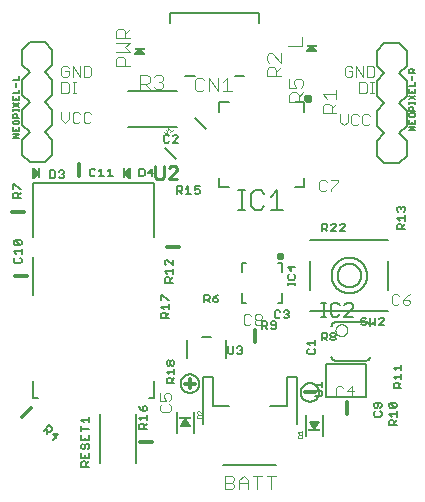
<source format=gbr>
G04 EAGLE Gerber X2 export*
%TF.Part,Single*%
%TF.FileFunction,Legend,Top,1*%
%TF.FilePolarity,Positive*%
%TF.GenerationSoftware,Autodesk,EAGLE,9.0.0*%
%TF.CreationDate,2018-04-30T06:41:38Z*%
G75*
%MOMM*%
%FSLAX34Y34*%
%LPD*%
%AMOC8*
5,1,8,0,0,1.08239X$1,22.5*%
G01*
%ADD10C,0.076200*%
%ADD11C,0.101600*%
%ADD12C,0.304800*%
%ADD13R,0.889000X0.190500*%
%ADD14C,0.406400*%
%ADD15C,0.127000*%
%ADD16C,0.152400*%
%ADD17C,0.203200*%
%ADD18R,1.000000X0.200000*%
%ADD19C,0.025400*%
%ADD20C,0.050800*%
%ADD21C,0.228600*%
%ADD22R,0.190500X0.889000*%

G36*
X-153648Y68039D02*
X-153648Y68039D01*
X-153630Y68037D01*
X-153528Y68065D01*
X-153425Y68087D01*
X-153410Y68096D01*
X-153393Y68101D01*
X-153248Y68186D01*
X-148168Y71996D01*
X-148165Y71999D01*
X-148162Y72001D01*
X-148080Y72088D01*
X-147998Y72173D01*
X-147996Y72177D01*
X-147993Y72180D01*
X-147943Y72289D01*
X-147893Y72396D01*
X-147893Y72400D01*
X-147891Y72404D01*
X-147878Y72522D01*
X-147865Y72640D01*
X-147865Y72644D01*
X-147865Y72649D01*
X-147891Y72765D01*
X-147916Y72881D01*
X-147918Y72885D01*
X-147919Y72889D01*
X-147980Y72991D01*
X-148041Y73093D01*
X-148044Y73096D01*
X-148046Y73099D01*
X-148168Y73214D01*
X-153248Y77024D01*
X-153264Y77032D01*
X-153277Y77045D01*
X-153292Y77052D01*
X-153300Y77058D01*
X-153350Y77078D01*
X-153373Y77089D01*
X-153466Y77138D01*
X-153484Y77141D01*
X-153500Y77148D01*
X-153605Y77160D01*
X-153709Y77176D01*
X-153727Y77173D01*
X-153744Y77175D01*
X-153847Y77153D01*
X-153952Y77135D01*
X-153967Y77127D01*
X-153985Y77123D01*
X-154075Y77069D01*
X-154169Y77019D01*
X-154181Y77006D01*
X-154196Y76997D01*
X-154265Y76917D01*
X-154337Y76840D01*
X-154344Y76823D01*
X-154356Y76810D01*
X-154395Y76712D01*
X-154439Y76616D01*
X-154441Y76598D01*
X-154448Y76582D01*
X-154466Y76415D01*
X-154466Y68795D01*
X-154463Y68777D01*
X-154465Y68760D01*
X-154444Y68656D01*
X-154427Y68552D01*
X-154418Y68537D01*
X-154415Y68519D01*
X-154361Y68428D01*
X-154311Y68335D01*
X-154299Y68323D01*
X-154290Y68307D01*
X-154210Y68238D01*
X-154133Y68166D01*
X-154117Y68158D01*
X-154103Y68146D01*
X-154006Y68106D01*
X-153910Y68062D01*
X-153892Y68060D01*
X-153876Y68053D01*
X-153770Y68046D01*
X-153666Y68035D01*
X-153648Y68039D01*
G37*
G36*
X-71693Y68037D02*
X-71693Y68037D01*
X-71676Y68035D01*
X-71573Y68057D01*
X-71468Y68075D01*
X-71453Y68083D01*
X-71435Y68087D01*
X-71345Y68141D01*
X-71252Y68191D01*
X-71239Y68204D01*
X-71224Y68213D01*
X-71155Y68293D01*
X-71083Y68370D01*
X-71076Y68387D01*
X-71064Y68400D01*
X-71025Y68498D01*
X-70981Y68594D01*
X-70979Y68612D01*
X-70972Y68628D01*
X-70954Y68795D01*
X-70954Y76415D01*
X-70956Y76432D01*
X-70955Y76447D01*
X-70955Y76450D01*
X-70976Y76554D01*
X-70994Y76658D01*
X-71002Y76673D01*
X-71006Y76691D01*
X-71059Y76782D01*
X-71109Y76875D01*
X-71121Y76887D01*
X-71131Y76903D01*
X-71210Y76972D01*
X-71287Y77045D01*
X-71303Y77052D01*
X-71317Y77064D01*
X-71414Y77104D01*
X-71510Y77148D01*
X-71528Y77150D01*
X-71544Y77157D01*
X-71650Y77164D01*
X-71754Y77175D01*
X-71772Y77171D01*
X-71790Y77173D01*
X-71892Y77145D01*
X-71965Y77129D01*
X-71968Y77129D01*
X-71995Y77123D01*
X-72010Y77114D01*
X-72027Y77109D01*
X-72172Y77024D01*
X-77252Y73214D01*
X-77255Y73211D01*
X-77259Y73209D01*
X-77340Y73122D01*
X-77422Y73037D01*
X-77424Y73033D01*
X-77427Y73030D01*
X-77477Y72921D01*
X-77527Y72814D01*
X-77527Y72810D01*
X-77529Y72806D01*
X-77542Y72688D01*
X-77555Y72570D01*
X-77555Y72566D01*
X-77555Y72561D01*
X-77529Y72445D01*
X-77505Y72329D01*
X-77502Y72325D01*
X-77501Y72321D01*
X-77440Y72219D01*
X-77380Y72117D01*
X-77376Y72114D01*
X-77374Y72111D01*
X-77252Y71996D01*
X-72172Y68186D01*
X-72156Y68178D01*
X-72143Y68166D01*
X-72047Y68121D01*
X-71954Y68072D01*
X-71936Y68069D01*
X-71920Y68062D01*
X-71815Y68050D01*
X-71711Y68034D01*
X-71693Y68037D01*
G37*
G36*
X86058Y175182D02*
X86058Y175182D01*
X86075Y175180D01*
X86179Y175201D01*
X86283Y175219D01*
X86298Y175227D01*
X86316Y175231D01*
X86407Y175284D01*
X86500Y175334D01*
X86512Y175346D01*
X86528Y175356D01*
X86597Y175435D01*
X86670Y175512D01*
X86677Y175528D01*
X86689Y175542D01*
X86729Y175639D01*
X86773Y175735D01*
X86775Y175753D01*
X86782Y175769D01*
X86789Y175875D01*
X86800Y175979D01*
X86796Y175997D01*
X86798Y176015D01*
X86770Y176117D01*
X86748Y176220D01*
X86739Y176235D01*
X86734Y176252D01*
X86649Y176397D01*
X82839Y181477D01*
X82836Y181480D01*
X82834Y181484D01*
X82747Y181565D01*
X82662Y181647D01*
X82658Y181649D01*
X82655Y181652D01*
X82546Y181702D01*
X82439Y181752D01*
X82435Y181752D01*
X82431Y181754D01*
X82313Y181767D01*
X82195Y181780D01*
X82191Y181780D01*
X82186Y181780D01*
X82070Y181754D01*
X81954Y181730D01*
X81950Y181727D01*
X81946Y181726D01*
X81844Y181665D01*
X81742Y181605D01*
X81739Y181601D01*
X81736Y181599D01*
X81621Y181477D01*
X77811Y176397D01*
X77803Y176381D01*
X77791Y176368D01*
X77746Y176272D01*
X77697Y176179D01*
X77694Y176161D01*
X77687Y176145D01*
X77675Y176040D01*
X77659Y175936D01*
X77662Y175918D01*
X77660Y175901D01*
X77682Y175798D01*
X77700Y175693D01*
X77708Y175678D01*
X77712Y175660D01*
X77766Y175570D01*
X77816Y175477D01*
X77829Y175464D01*
X77838Y175449D01*
X77918Y175380D01*
X77995Y175308D01*
X78012Y175301D01*
X78025Y175289D01*
X78123Y175250D01*
X78219Y175206D01*
X78237Y175204D01*
X78253Y175197D01*
X78420Y175179D01*
X86040Y175179D01*
X86058Y175182D01*
G37*
G36*
X-59672Y172642D02*
X-59672Y172642D01*
X-59655Y172640D01*
X-59551Y172661D01*
X-59447Y172679D01*
X-59432Y172687D01*
X-59414Y172691D01*
X-59323Y172744D01*
X-59230Y172794D01*
X-59218Y172806D01*
X-59202Y172816D01*
X-59133Y172895D01*
X-59061Y172972D01*
X-59053Y172988D01*
X-59041Y173002D01*
X-59001Y173099D01*
X-58957Y173195D01*
X-58955Y173213D01*
X-58948Y173229D01*
X-58941Y173335D01*
X-58930Y173439D01*
X-58934Y173457D01*
X-58932Y173475D01*
X-58960Y173577D01*
X-58982Y173680D01*
X-58991Y173695D01*
X-58996Y173712D01*
X-59081Y173857D01*
X-62891Y178937D01*
X-62894Y178940D01*
X-62896Y178944D01*
X-62983Y179025D01*
X-63068Y179107D01*
X-63072Y179109D01*
X-63075Y179112D01*
X-63184Y179162D01*
X-63291Y179212D01*
X-63295Y179212D01*
X-63299Y179214D01*
X-63417Y179227D01*
X-63535Y179240D01*
X-63539Y179240D01*
X-63544Y179240D01*
X-63660Y179214D01*
X-63776Y179190D01*
X-63780Y179187D01*
X-63784Y179186D01*
X-63886Y179125D01*
X-63988Y179065D01*
X-63991Y179061D01*
X-63994Y179059D01*
X-64109Y178937D01*
X-67919Y173857D01*
X-67927Y173841D01*
X-67940Y173828D01*
X-67984Y173732D01*
X-68033Y173639D01*
X-68036Y173621D01*
X-68043Y173605D01*
X-68055Y173500D01*
X-68071Y173396D01*
X-68068Y173378D01*
X-68070Y173361D01*
X-68048Y173258D01*
X-68030Y173153D01*
X-68022Y173138D01*
X-68018Y173120D01*
X-67964Y173030D01*
X-67914Y172937D01*
X-67901Y172924D01*
X-67892Y172909D01*
X-67812Y172840D01*
X-67735Y172768D01*
X-67718Y172761D01*
X-67705Y172749D01*
X-67607Y172710D01*
X-67511Y172666D01*
X-67493Y172664D01*
X-67477Y172657D01*
X-67310Y172639D01*
X-59690Y172639D01*
X-59672Y172642D01*
G37*
G36*
X-22699Y-141315D02*
X-22699Y-141315D01*
X-22627Y-141315D01*
X-22559Y-141295D01*
X-22489Y-141285D01*
X-22423Y-141256D01*
X-22354Y-141236D01*
X-22294Y-141198D01*
X-22229Y-141169D01*
X-22174Y-141123D01*
X-22114Y-141085D01*
X-22066Y-141032D01*
X-22012Y-140986D01*
X-21972Y-140926D01*
X-21925Y-140872D01*
X-21894Y-140808D01*
X-21855Y-140749D01*
X-21833Y-140681D01*
X-21802Y-140616D01*
X-21790Y-140546D01*
X-21769Y-140478D01*
X-21767Y-140406D01*
X-21755Y-140336D01*
X-21763Y-140265D01*
X-21761Y-140194D01*
X-21780Y-140124D01*
X-21788Y-140053D01*
X-21813Y-139998D01*
X-21833Y-139919D01*
X-21894Y-139816D01*
X-21925Y-139747D01*
X-23925Y-136747D01*
X-24002Y-136660D01*
X-24075Y-136570D01*
X-24097Y-136555D01*
X-24115Y-136535D01*
X-24212Y-136473D01*
X-24307Y-136406D01*
X-24333Y-136398D01*
X-24355Y-136383D01*
X-24466Y-136351D01*
X-24576Y-136313D01*
X-24603Y-136312D01*
X-24628Y-136305D01*
X-24744Y-136305D01*
X-24860Y-136299D01*
X-24886Y-136305D01*
X-24913Y-136305D01*
X-25024Y-136337D01*
X-25137Y-136363D01*
X-25160Y-136376D01*
X-25186Y-136384D01*
X-25284Y-136446D01*
X-25385Y-136502D01*
X-25401Y-136520D01*
X-25426Y-136535D01*
X-25611Y-136743D01*
X-25615Y-136747D01*
X-27615Y-139747D01*
X-27646Y-139811D01*
X-27686Y-139871D01*
X-27707Y-139939D01*
X-27738Y-140003D01*
X-27750Y-140074D01*
X-27771Y-140142D01*
X-27773Y-140213D01*
X-27785Y-140284D01*
X-27777Y-140355D01*
X-27779Y-140426D01*
X-27761Y-140495D01*
X-27752Y-140566D01*
X-27725Y-140632D01*
X-27707Y-140701D01*
X-27670Y-140762D01*
X-27643Y-140828D01*
X-27598Y-140884D01*
X-27562Y-140946D01*
X-27510Y-140995D01*
X-27465Y-141050D01*
X-27407Y-141091D01*
X-27354Y-141140D01*
X-27291Y-141173D01*
X-27233Y-141214D01*
X-27165Y-141237D01*
X-27101Y-141270D01*
X-27042Y-141280D01*
X-26964Y-141307D01*
X-26845Y-141313D01*
X-26770Y-141325D01*
X-22770Y-141325D01*
X-22699Y-141315D01*
G37*
G36*
X84566Y-142545D02*
X84566Y-142545D01*
X84593Y-142545D01*
X84704Y-142513D01*
X84817Y-142487D01*
X84840Y-142474D01*
X84866Y-142466D01*
X84964Y-142404D01*
X85065Y-142348D01*
X85081Y-142330D01*
X85106Y-142315D01*
X85291Y-142107D01*
X85295Y-142103D01*
X87295Y-139103D01*
X87326Y-139039D01*
X87366Y-138979D01*
X87387Y-138911D01*
X87418Y-138847D01*
X87430Y-138776D01*
X87451Y-138708D01*
X87453Y-138637D01*
X87465Y-138567D01*
X87457Y-138495D01*
X87459Y-138424D01*
X87441Y-138355D01*
X87432Y-138284D01*
X87405Y-138218D01*
X87387Y-138149D01*
X87350Y-138088D01*
X87323Y-138022D01*
X87278Y-137966D01*
X87242Y-137904D01*
X87190Y-137855D01*
X87145Y-137800D01*
X87087Y-137759D01*
X87034Y-137710D01*
X86971Y-137677D01*
X86913Y-137636D01*
X86845Y-137613D01*
X86781Y-137580D01*
X86722Y-137570D01*
X86644Y-137543D01*
X86525Y-137537D01*
X86450Y-137525D01*
X82450Y-137525D01*
X82379Y-137535D01*
X82307Y-137535D01*
X82239Y-137555D01*
X82169Y-137565D01*
X82103Y-137594D01*
X82034Y-137614D01*
X81974Y-137652D01*
X81909Y-137681D01*
X81854Y-137727D01*
X81794Y-137765D01*
X81746Y-137819D01*
X81692Y-137865D01*
X81652Y-137924D01*
X81605Y-137978D01*
X81574Y-138042D01*
X81535Y-138101D01*
X81513Y-138170D01*
X81482Y-138234D01*
X81470Y-138304D01*
X81449Y-138372D01*
X81447Y-138444D01*
X81435Y-138515D01*
X81443Y-138585D01*
X81441Y-138656D01*
X81460Y-138726D01*
X81468Y-138797D01*
X81493Y-138852D01*
X81513Y-138931D01*
X81574Y-139034D01*
X81605Y-139103D01*
X83605Y-142103D01*
X83682Y-142190D01*
X83755Y-142280D01*
X83777Y-142295D01*
X83795Y-142315D01*
X83892Y-142377D01*
X83987Y-142444D01*
X84013Y-142452D01*
X84035Y-142467D01*
X84146Y-142499D01*
X84256Y-142537D01*
X84283Y-142538D01*
X84308Y-142545D01*
X84424Y-142545D01*
X84540Y-142551D01*
X84566Y-142545D01*
G37*
D10*
X-129619Y149787D02*
X-129619Y140381D01*
X-124916Y140381D01*
X-123348Y141949D01*
X-123348Y148219D01*
X-124916Y149787D01*
X-129619Y149787D01*
X-120264Y140381D02*
X-117128Y140381D01*
X-118696Y140381D02*
X-118696Y149787D01*
X-120264Y149787D02*
X-117128Y149787D01*
X-129619Y124787D02*
X-129619Y118516D01*
X-126484Y115381D01*
X-123348Y118516D01*
X-123348Y124787D01*
X-115561Y124787D02*
X-113993Y123219D01*
X-115561Y124787D02*
X-118696Y124787D01*
X-120264Y123219D01*
X-120264Y116949D01*
X-118696Y115381D01*
X-115561Y115381D01*
X-113993Y116949D01*
X-106206Y124787D02*
X-104638Y123219D01*
X-106206Y124787D02*
X-109341Y124787D01*
X-110909Y123219D01*
X-110909Y116949D01*
X-109341Y115381D01*
X-106206Y115381D01*
X-104638Y116949D01*
X-123348Y162219D02*
X-124916Y163787D01*
X-128051Y163787D01*
X-129619Y162219D01*
X-129619Y155949D01*
X-128051Y154381D01*
X-124916Y154381D01*
X-123348Y155949D01*
X-123348Y159084D01*
X-126484Y159084D01*
X-120264Y154381D02*
X-120264Y163787D01*
X-113993Y154381D01*
X-113993Y163787D01*
X-110909Y163787D02*
X-110909Y154381D01*
X-106206Y154381D01*
X-104638Y155949D01*
X-104638Y162219D01*
X-106206Y163787D01*
X-110909Y163787D01*
X115084Y163787D02*
X116652Y162219D01*
X115084Y163787D02*
X111949Y163787D01*
X110381Y162219D01*
X110381Y155949D01*
X111949Y154381D01*
X115084Y154381D01*
X116652Y155949D01*
X116652Y159084D01*
X113516Y159084D01*
X119736Y154381D02*
X119736Y163787D01*
X126007Y154381D01*
X126007Y163787D01*
X129091Y163787D02*
X129091Y154381D01*
X133794Y154381D01*
X135362Y155949D01*
X135362Y162219D01*
X133794Y163787D01*
X129091Y163787D01*
X122381Y149787D02*
X122381Y140381D01*
X127084Y140381D01*
X128652Y141949D01*
X128652Y148219D01*
X127084Y149787D01*
X122381Y149787D01*
X131736Y140381D02*
X134872Y140381D01*
X133304Y140381D02*
X133304Y149787D01*
X131736Y149787D02*
X134872Y149787D01*
X106381Y122787D02*
X106381Y116516D01*
X109516Y113381D01*
X112652Y116516D01*
X112652Y122787D01*
X120439Y122787D02*
X122007Y121219D01*
X120439Y122787D02*
X117304Y122787D01*
X115736Y121219D01*
X115736Y114949D01*
X117304Y113381D01*
X120439Y113381D01*
X122007Y114949D01*
X129794Y122787D02*
X131362Y121219D01*
X129794Y122787D02*
X126659Y122787D01*
X125091Y121219D01*
X125091Y114949D01*
X126659Y113381D01*
X129794Y113381D01*
X131362Y114949D01*
D11*
X103142Y123920D02*
X91448Y123920D01*
X91448Y129767D01*
X93397Y131716D01*
X97295Y131716D01*
X99244Y129767D01*
X99244Y123920D01*
X99244Y127818D02*
X103142Y131716D01*
X95346Y135614D02*
X91448Y139512D01*
X103142Y139512D01*
X103142Y135614D02*
X103142Y143410D01*
X56052Y154730D02*
X44358Y154730D01*
X44358Y160577D01*
X46307Y162526D01*
X50205Y162526D01*
X52154Y160577D01*
X52154Y154730D01*
X52154Y158628D02*
X56052Y162526D01*
X56052Y166424D02*
X56052Y174220D01*
X56052Y166424D02*
X48256Y174220D01*
X46307Y174220D01*
X44358Y172271D01*
X44358Y168373D01*
X46307Y166424D01*
D12*
X112230Y-120690D02*
X112230Y-130850D01*
D10*
X108882Y-108801D02*
X107314Y-107233D01*
X104179Y-107233D01*
X102611Y-108801D01*
X102611Y-115071D01*
X104179Y-116639D01*
X107314Y-116639D01*
X108882Y-115071D01*
X116669Y-116639D02*
X116669Y-107233D01*
X111966Y-111936D01*
X118237Y-111936D01*
D11*
X-62880Y144188D02*
X-62880Y155882D01*
X-57033Y155882D01*
X-55084Y153933D01*
X-55084Y150035D01*
X-57033Y148086D01*
X-62880Y148086D01*
X-58982Y148086D02*
X-55084Y144188D01*
X-51186Y153933D02*
X-49237Y155882D01*
X-45339Y155882D01*
X-43390Y153933D01*
X-43390Y151984D01*
X-45339Y150035D01*
X-47288Y150035D01*
X-45339Y150035D02*
X-43390Y148086D01*
X-43390Y146137D01*
X-45339Y144188D01*
X-49237Y144188D01*
X-51186Y146137D01*
D13*
X-63500Y178298D03*
D11*
X-71708Y163748D02*
X-83402Y163748D01*
X-83402Y169595D01*
X-81453Y171544D01*
X-77555Y171544D01*
X-75606Y169595D01*
X-75606Y163748D01*
X-71708Y175442D02*
X-83402Y175442D01*
X-75606Y179340D02*
X-71708Y175442D01*
X-75606Y179340D02*
X-71708Y183238D01*
X-83402Y183238D01*
X-83402Y187136D02*
X-71708Y187136D01*
X-83402Y187136D02*
X-83402Y192983D01*
X-81453Y194932D01*
X-77555Y194932D01*
X-75606Y192983D01*
X-75606Y187136D01*
X-75606Y191034D02*
X-71708Y194932D01*
D13*
X82230Y180838D03*
D11*
X74022Y180288D02*
X62328Y180288D01*
X74022Y180288D02*
X74022Y188084D01*
D14*
X77510Y136160D02*
X77512Y136231D01*
X77518Y136302D01*
X77528Y136373D01*
X77542Y136443D01*
X77560Y136512D01*
X77581Y136579D01*
X77607Y136646D01*
X77636Y136711D01*
X77668Y136774D01*
X77705Y136836D01*
X77744Y136895D01*
X77787Y136952D01*
X77833Y137006D01*
X77882Y137058D01*
X77934Y137107D01*
X77988Y137153D01*
X78045Y137196D01*
X78104Y137235D01*
X78166Y137272D01*
X78229Y137304D01*
X78294Y137333D01*
X78361Y137359D01*
X78428Y137380D01*
X78497Y137398D01*
X78567Y137412D01*
X78638Y137422D01*
X78709Y137428D01*
X78780Y137430D01*
X78851Y137428D01*
X78922Y137422D01*
X78993Y137412D01*
X79063Y137398D01*
X79132Y137380D01*
X79199Y137359D01*
X79266Y137333D01*
X79331Y137304D01*
X79394Y137272D01*
X79456Y137235D01*
X79515Y137196D01*
X79572Y137153D01*
X79626Y137107D01*
X79678Y137058D01*
X79727Y137006D01*
X79773Y136952D01*
X79816Y136895D01*
X79855Y136836D01*
X79892Y136774D01*
X79924Y136711D01*
X79953Y136646D01*
X79979Y136579D01*
X80000Y136512D01*
X80018Y136443D01*
X80032Y136373D01*
X80042Y136302D01*
X80048Y136231D01*
X80050Y136160D01*
X80048Y136089D01*
X80042Y136018D01*
X80032Y135947D01*
X80018Y135877D01*
X80000Y135808D01*
X79979Y135741D01*
X79953Y135674D01*
X79924Y135609D01*
X79892Y135546D01*
X79855Y135484D01*
X79816Y135425D01*
X79773Y135368D01*
X79727Y135314D01*
X79678Y135262D01*
X79626Y135213D01*
X79572Y135167D01*
X79515Y135124D01*
X79456Y135085D01*
X79394Y135048D01*
X79331Y135016D01*
X79266Y134987D01*
X79199Y134961D01*
X79132Y134940D01*
X79063Y134922D01*
X78993Y134908D01*
X78922Y134898D01*
X78851Y134892D01*
X78780Y134890D01*
X78709Y134892D01*
X78638Y134898D01*
X78567Y134908D01*
X78497Y134922D01*
X78428Y134940D01*
X78361Y134961D01*
X78294Y134987D01*
X78229Y135016D01*
X78166Y135048D01*
X78104Y135085D01*
X78045Y135124D01*
X77988Y135167D01*
X77934Y135213D01*
X77882Y135262D01*
X77833Y135314D01*
X77787Y135368D01*
X77744Y135425D01*
X77705Y135484D01*
X77668Y135546D01*
X77636Y135609D01*
X77607Y135674D01*
X77581Y135741D01*
X77560Y135808D01*
X77542Y135877D01*
X77528Y135947D01*
X77518Y136018D01*
X77512Y136089D01*
X77510Y136160D01*
D15*
X76000Y60840D02*
X68000Y60840D01*
X76000Y60840D02*
X76000Y68840D01*
X12000Y60840D02*
X4000Y60840D01*
X4000Y68840D01*
X76000Y124840D02*
X76000Y132840D01*
X68000Y132840D01*
X4000Y132840D02*
X4000Y124840D01*
X4000Y132840D02*
X12000Y132840D01*
D16*
X20204Y41972D02*
X25628Y41972D01*
X22916Y41972D02*
X22916Y58242D01*
X20204Y58242D02*
X25628Y58242D01*
X39254Y58242D02*
X41965Y55530D01*
X39254Y58242D02*
X33830Y58242D01*
X31119Y55530D01*
X31119Y44684D01*
X33830Y41972D01*
X39254Y41972D01*
X41965Y44684D01*
X47490Y52819D02*
X52914Y58242D01*
X52914Y41972D01*
X58337Y41972D02*
X47490Y41972D01*
D17*
X-31500Y111656D02*
X-73500Y111656D01*
X-73500Y142164D02*
X-31500Y142164D01*
D10*
X154784Y-29403D02*
X156352Y-30971D01*
X154784Y-29403D02*
X151649Y-29403D01*
X150081Y-30971D01*
X150081Y-37241D01*
X151649Y-38809D01*
X154784Y-38809D01*
X156352Y-37241D01*
X162572Y-30971D02*
X165707Y-29403D01*
X162572Y-30971D02*
X159436Y-34106D01*
X159436Y-37241D01*
X161004Y-38809D01*
X164139Y-38809D01*
X165707Y-37241D01*
X165707Y-35674D01*
X164139Y-34106D01*
X159436Y-34106D01*
X95091Y65669D02*
X93524Y67237D01*
X90388Y67237D01*
X88821Y65669D01*
X88821Y59399D01*
X90388Y57831D01*
X93524Y57831D01*
X95091Y59399D01*
X98176Y67237D02*
X104447Y67237D01*
X104447Y65669D01*
X98176Y59399D01*
X98176Y57831D01*
D11*
X74952Y133468D02*
X63258Y133468D01*
X63258Y139315D01*
X65207Y141264D01*
X69105Y141264D01*
X71054Y139315D01*
X71054Y133468D01*
X71054Y137366D02*
X74952Y141264D01*
X63258Y145162D02*
X63258Y152958D01*
X63258Y145162D02*
X69105Y145162D01*
X67156Y149060D01*
X67156Y151009D01*
X69105Y152958D01*
X73003Y152958D01*
X74952Y151009D01*
X74952Y147111D01*
X73003Y145162D01*
D15*
X25000Y154780D02*
X17000Y154780D01*
X-17000Y154780D02*
X-25000Y154780D01*
X38000Y199780D02*
X38000Y208780D01*
X-38000Y208780D01*
X-38000Y199780D01*
D11*
X-10627Y153782D02*
X-8678Y151833D01*
X-10627Y153782D02*
X-14525Y153782D01*
X-16474Y151833D01*
X-16474Y144037D01*
X-14525Y142088D01*
X-10627Y142088D01*
X-8678Y144037D01*
X-4780Y142088D02*
X-4780Y153782D01*
X3016Y142088D01*
X3016Y153782D01*
X6914Y149884D02*
X10812Y153782D01*
X10812Y142088D01*
X6914Y142088D02*
X14710Y142088D01*
D17*
X7340Y-174620D02*
X52340Y-174620D01*
X-10160Y-139620D02*
X-10160Y-99620D01*
X-1660Y-99620D01*
X-1660Y-124620D01*
X12340Y-124620D01*
X47340Y-124620D02*
X61340Y-124620D01*
X61340Y-99620D01*
X69840Y-99620D01*
X69840Y-139620D01*
D11*
X8972Y-183218D02*
X8972Y-194912D01*
X8972Y-183218D02*
X14819Y-183218D01*
X16768Y-185167D01*
X16768Y-187116D01*
X14819Y-189065D01*
X16768Y-191014D01*
X16768Y-192963D01*
X14819Y-194912D01*
X8972Y-194912D01*
X8972Y-189065D02*
X14819Y-189065D01*
X20666Y-187116D02*
X20666Y-194912D01*
X20666Y-187116D02*
X24564Y-183218D01*
X28462Y-187116D01*
X28462Y-194912D01*
X28462Y-189065D02*
X20666Y-189065D01*
X36258Y-194912D02*
X36258Y-183218D01*
X32360Y-183218D02*
X40156Y-183218D01*
X47952Y-183218D02*
X47952Y-194912D01*
X44054Y-183218D02*
X51850Y-183218D01*
D17*
X77450Y-149270D02*
X77450Y-131810D01*
X91450Y-131810D02*
X91450Y-149270D01*
X84450Y-143540D02*
X80450Y-137540D01*
X88450Y-137540D01*
X84450Y-143540D01*
D18*
X84450Y-144540D03*
D19*
X74323Y-151413D02*
X70510Y-151413D01*
X74323Y-151413D02*
X74323Y-149506D01*
X73687Y-148871D01*
X71145Y-148871D01*
X70510Y-149506D01*
X70510Y-151413D01*
X71781Y-147671D02*
X70510Y-146400D01*
X74323Y-146400D01*
X74323Y-147671D02*
X74323Y-145129D01*
D17*
X-17770Y-147040D02*
X-17770Y-129580D01*
X-31770Y-129580D02*
X-31770Y-147040D01*
X-20770Y-141310D02*
X-24770Y-135310D01*
X-20770Y-141310D02*
X-28770Y-141310D01*
X-24770Y-135310D01*
D18*
X-24770Y-134310D03*
D19*
X-14646Y-134667D02*
X-10833Y-134667D01*
X-10833Y-132761D01*
X-11469Y-132125D01*
X-14011Y-132125D01*
X-14646Y-132761D01*
X-14646Y-134667D01*
X-10833Y-130925D02*
X-10833Y-128383D01*
X-10833Y-130925D02*
X-13375Y-128383D01*
X-14011Y-128383D01*
X-14646Y-129018D01*
X-14646Y-130290D01*
X-14011Y-130925D01*
D10*
X-44589Y-122979D02*
X-46157Y-124546D01*
X-46157Y-127682D01*
X-44589Y-129249D01*
X-38319Y-129249D01*
X-36751Y-127682D01*
X-36751Y-124546D01*
X-38319Y-122979D01*
X-46157Y-119894D02*
X-46157Y-113624D01*
X-46157Y-119894D02*
X-41454Y-119894D01*
X-43022Y-116759D01*
X-43022Y-115191D01*
X-41454Y-113624D01*
X-38319Y-113624D01*
X-36751Y-115191D01*
X-36751Y-118327D01*
X-38319Y-119894D01*
D12*
X34130Y-70010D02*
X34130Y-59850D01*
D10*
X30782Y-47961D02*
X29214Y-46393D01*
X26079Y-46393D01*
X24511Y-47961D01*
X24511Y-54231D01*
X26079Y-55799D01*
X29214Y-55799D01*
X30782Y-54231D01*
X33866Y-47961D02*
X35434Y-46393D01*
X38569Y-46393D01*
X40137Y-47961D01*
X40137Y-49528D01*
X38569Y-51096D01*
X40137Y-52664D01*
X40137Y-54231D01*
X38569Y-55799D01*
X35434Y-55799D01*
X33866Y-54231D01*
X33866Y-52664D01*
X35434Y-51096D01*
X33866Y-49528D01*
X33866Y-47961D01*
X35434Y-51096D02*
X38569Y-51096D01*
D17*
X-7446Y110052D02*
X-16638Y119244D01*
X-42094Y93788D02*
X-32902Y84596D01*
D19*
X-42283Y107041D02*
X-42733Y107490D01*
X-42283Y107041D02*
X-40486Y107041D01*
X-40486Y108838D01*
X-40935Y109288D01*
X-40486Y107041D02*
X-39138Y105692D01*
X-39188Y109237D02*
X-39188Y111035D01*
X-36492Y108338D01*
X-37390Y107440D02*
X-35593Y109237D01*
D17*
X81100Y-43650D02*
X147100Y-43650D01*
X147100Y16350D02*
X81100Y16350D01*
X147100Y-1650D02*
X147100Y-25650D01*
X81100Y-25650D02*
X81100Y-1650D01*
X99067Y-13650D02*
X99072Y-13281D01*
X99085Y-12912D01*
X99108Y-12544D01*
X99139Y-12177D01*
X99180Y-11810D01*
X99230Y-11444D01*
X99288Y-11080D01*
X99356Y-10717D01*
X99432Y-10356D01*
X99518Y-9997D01*
X99612Y-9641D01*
X99714Y-9286D01*
X99826Y-8934D01*
X99946Y-8586D01*
X100074Y-8240D01*
X100211Y-7897D01*
X100357Y-7558D01*
X100510Y-7223D01*
X100672Y-6891D01*
X100842Y-6563D01*
X101020Y-6240D01*
X101206Y-5921D01*
X101399Y-5607D01*
X101601Y-5298D01*
X101809Y-4994D01*
X102025Y-4695D01*
X102249Y-4401D01*
X102479Y-4113D01*
X102717Y-3831D01*
X102961Y-3554D01*
X103212Y-3284D01*
X103470Y-3020D01*
X103734Y-2762D01*
X104004Y-2511D01*
X104281Y-2267D01*
X104563Y-2029D01*
X104851Y-1799D01*
X105145Y-1575D01*
X105444Y-1359D01*
X105748Y-1151D01*
X106057Y-949D01*
X106371Y-756D01*
X106690Y-570D01*
X107013Y-392D01*
X107341Y-222D01*
X107673Y-60D01*
X108008Y93D01*
X108347Y239D01*
X108690Y376D01*
X109036Y504D01*
X109384Y624D01*
X109736Y736D01*
X110091Y838D01*
X110447Y932D01*
X110806Y1018D01*
X111167Y1094D01*
X111530Y1162D01*
X111894Y1220D01*
X112260Y1270D01*
X112627Y1311D01*
X112994Y1342D01*
X113362Y1365D01*
X113731Y1378D01*
X114100Y1383D01*
X114469Y1378D01*
X114838Y1365D01*
X115206Y1342D01*
X115573Y1311D01*
X115940Y1270D01*
X116306Y1220D01*
X116670Y1162D01*
X117033Y1094D01*
X117394Y1018D01*
X117753Y932D01*
X118109Y838D01*
X118464Y736D01*
X118816Y624D01*
X119164Y504D01*
X119510Y376D01*
X119853Y239D01*
X120192Y93D01*
X120527Y-60D01*
X120859Y-222D01*
X121187Y-392D01*
X121510Y-570D01*
X121829Y-756D01*
X122143Y-949D01*
X122452Y-1151D01*
X122756Y-1359D01*
X123055Y-1575D01*
X123349Y-1799D01*
X123637Y-2029D01*
X123919Y-2267D01*
X124196Y-2511D01*
X124466Y-2762D01*
X124730Y-3020D01*
X124988Y-3284D01*
X125239Y-3554D01*
X125483Y-3831D01*
X125721Y-4113D01*
X125951Y-4401D01*
X126175Y-4695D01*
X126391Y-4994D01*
X126599Y-5298D01*
X126801Y-5607D01*
X126994Y-5921D01*
X127180Y-6240D01*
X127358Y-6563D01*
X127528Y-6891D01*
X127690Y-7223D01*
X127843Y-7558D01*
X127989Y-7897D01*
X128126Y-8240D01*
X128254Y-8586D01*
X128374Y-8934D01*
X128486Y-9286D01*
X128588Y-9641D01*
X128682Y-9997D01*
X128768Y-10356D01*
X128844Y-10717D01*
X128912Y-11080D01*
X128970Y-11444D01*
X129020Y-11810D01*
X129061Y-12177D01*
X129092Y-12544D01*
X129115Y-12912D01*
X129128Y-13281D01*
X129133Y-13650D01*
X129128Y-14019D01*
X129115Y-14388D01*
X129092Y-14756D01*
X129061Y-15123D01*
X129020Y-15490D01*
X128970Y-15856D01*
X128912Y-16220D01*
X128844Y-16583D01*
X128768Y-16944D01*
X128682Y-17303D01*
X128588Y-17659D01*
X128486Y-18014D01*
X128374Y-18366D01*
X128254Y-18714D01*
X128126Y-19060D01*
X127989Y-19403D01*
X127843Y-19742D01*
X127690Y-20077D01*
X127528Y-20409D01*
X127358Y-20737D01*
X127180Y-21060D01*
X126994Y-21379D01*
X126801Y-21693D01*
X126599Y-22002D01*
X126391Y-22306D01*
X126175Y-22605D01*
X125951Y-22899D01*
X125721Y-23187D01*
X125483Y-23469D01*
X125239Y-23746D01*
X124988Y-24016D01*
X124730Y-24280D01*
X124466Y-24538D01*
X124196Y-24789D01*
X123919Y-25033D01*
X123637Y-25271D01*
X123349Y-25501D01*
X123055Y-25725D01*
X122756Y-25941D01*
X122452Y-26149D01*
X122143Y-26351D01*
X121829Y-26544D01*
X121510Y-26730D01*
X121187Y-26908D01*
X120859Y-27078D01*
X120527Y-27240D01*
X120192Y-27393D01*
X119853Y-27539D01*
X119510Y-27676D01*
X119164Y-27804D01*
X118816Y-27924D01*
X118464Y-28036D01*
X118109Y-28138D01*
X117753Y-28232D01*
X117394Y-28318D01*
X117033Y-28394D01*
X116670Y-28462D01*
X116306Y-28520D01*
X115940Y-28570D01*
X115573Y-28611D01*
X115206Y-28642D01*
X114838Y-28665D01*
X114469Y-28678D01*
X114100Y-28683D01*
X113731Y-28678D01*
X113362Y-28665D01*
X112994Y-28642D01*
X112627Y-28611D01*
X112260Y-28570D01*
X111894Y-28520D01*
X111530Y-28462D01*
X111167Y-28394D01*
X110806Y-28318D01*
X110447Y-28232D01*
X110091Y-28138D01*
X109736Y-28036D01*
X109384Y-27924D01*
X109036Y-27804D01*
X108690Y-27676D01*
X108347Y-27539D01*
X108008Y-27393D01*
X107673Y-27240D01*
X107341Y-27078D01*
X107013Y-26908D01*
X106690Y-26730D01*
X106371Y-26544D01*
X106057Y-26351D01*
X105748Y-26149D01*
X105444Y-25941D01*
X105145Y-25725D01*
X104851Y-25501D01*
X104563Y-25271D01*
X104281Y-25033D01*
X104004Y-24789D01*
X103734Y-24538D01*
X103470Y-24280D01*
X103212Y-24016D01*
X102961Y-23746D01*
X102717Y-23469D01*
X102479Y-23187D01*
X102249Y-22899D01*
X102025Y-22605D01*
X101809Y-22306D01*
X101601Y-22002D01*
X101399Y-21693D01*
X101206Y-21379D01*
X101020Y-21060D01*
X100842Y-20737D01*
X100672Y-20409D01*
X100510Y-20077D01*
X100357Y-19742D01*
X100211Y-19403D01*
X100074Y-19060D01*
X99946Y-18714D01*
X99826Y-18366D01*
X99714Y-18014D01*
X99612Y-17659D01*
X99518Y-17303D01*
X99432Y-16944D01*
X99356Y-16583D01*
X99288Y-16220D01*
X99230Y-15856D01*
X99180Y-15490D01*
X99139Y-15123D01*
X99108Y-14756D01*
X99085Y-14388D01*
X99072Y-14019D01*
X99067Y-13650D01*
X104100Y-13650D02*
X104103Y-13405D01*
X104112Y-13159D01*
X104127Y-12914D01*
X104148Y-12670D01*
X104175Y-12426D01*
X104208Y-12183D01*
X104247Y-11940D01*
X104292Y-11699D01*
X104343Y-11459D01*
X104400Y-11220D01*
X104462Y-10983D01*
X104531Y-10747D01*
X104605Y-10513D01*
X104685Y-10281D01*
X104770Y-10051D01*
X104861Y-9823D01*
X104958Y-9598D01*
X105060Y-9374D01*
X105168Y-9154D01*
X105281Y-8936D01*
X105399Y-8721D01*
X105523Y-8509D01*
X105651Y-8300D01*
X105785Y-8094D01*
X105924Y-7892D01*
X106068Y-7693D01*
X106217Y-7498D01*
X106370Y-7306D01*
X106528Y-7118D01*
X106690Y-6934D01*
X106858Y-6755D01*
X107029Y-6579D01*
X107205Y-6408D01*
X107384Y-6240D01*
X107568Y-6078D01*
X107756Y-5920D01*
X107948Y-5767D01*
X108143Y-5618D01*
X108342Y-5474D01*
X108544Y-5335D01*
X108750Y-5201D01*
X108959Y-5073D01*
X109171Y-4949D01*
X109386Y-4831D01*
X109604Y-4718D01*
X109824Y-4610D01*
X110048Y-4508D01*
X110273Y-4411D01*
X110501Y-4320D01*
X110731Y-4235D01*
X110963Y-4155D01*
X111197Y-4081D01*
X111433Y-4012D01*
X111670Y-3950D01*
X111909Y-3893D01*
X112149Y-3842D01*
X112390Y-3797D01*
X112633Y-3758D01*
X112876Y-3725D01*
X113120Y-3698D01*
X113364Y-3677D01*
X113609Y-3662D01*
X113855Y-3653D01*
X114100Y-3650D01*
X114345Y-3653D01*
X114591Y-3662D01*
X114836Y-3677D01*
X115080Y-3698D01*
X115324Y-3725D01*
X115567Y-3758D01*
X115810Y-3797D01*
X116051Y-3842D01*
X116291Y-3893D01*
X116530Y-3950D01*
X116767Y-4012D01*
X117003Y-4081D01*
X117237Y-4155D01*
X117469Y-4235D01*
X117699Y-4320D01*
X117927Y-4411D01*
X118152Y-4508D01*
X118376Y-4610D01*
X118596Y-4718D01*
X118814Y-4831D01*
X119029Y-4949D01*
X119241Y-5073D01*
X119450Y-5201D01*
X119656Y-5335D01*
X119858Y-5474D01*
X120057Y-5618D01*
X120252Y-5767D01*
X120444Y-5920D01*
X120632Y-6078D01*
X120816Y-6240D01*
X120995Y-6408D01*
X121171Y-6579D01*
X121342Y-6755D01*
X121510Y-6934D01*
X121672Y-7118D01*
X121830Y-7306D01*
X121983Y-7498D01*
X122132Y-7693D01*
X122276Y-7892D01*
X122415Y-8094D01*
X122549Y-8300D01*
X122677Y-8509D01*
X122801Y-8721D01*
X122919Y-8936D01*
X123032Y-9154D01*
X123140Y-9374D01*
X123242Y-9598D01*
X123339Y-9823D01*
X123430Y-10051D01*
X123515Y-10281D01*
X123595Y-10513D01*
X123669Y-10747D01*
X123738Y-10983D01*
X123800Y-11220D01*
X123857Y-11459D01*
X123908Y-11699D01*
X123953Y-11940D01*
X123992Y-12183D01*
X124025Y-12426D01*
X124052Y-12670D01*
X124073Y-12914D01*
X124088Y-13159D01*
X124097Y-13405D01*
X124100Y-13650D01*
X124097Y-13895D01*
X124088Y-14141D01*
X124073Y-14386D01*
X124052Y-14630D01*
X124025Y-14874D01*
X123992Y-15117D01*
X123953Y-15360D01*
X123908Y-15601D01*
X123857Y-15841D01*
X123800Y-16080D01*
X123738Y-16317D01*
X123669Y-16553D01*
X123595Y-16787D01*
X123515Y-17019D01*
X123430Y-17249D01*
X123339Y-17477D01*
X123242Y-17702D01*
X123140Y-17926D01*
X123032Y-18146D01*
X122919Y-18364D01*
X122801Y-18579D01*
X122677Y-18791D01*
X122549Y-19000D01*
X122415Y-19206D01*
X122276Y-19408D01*
X122132Y-19607D01*
X121983Y-19802D01*
X121830Y-19994D01*
X121672Y-20182D01*
X121510Y-20366D01*
X121342Y-20545D01*
X121171Y-20721D01*
X120995Y-20892D01*
X120816Y-21060D01*
X120632Y-21222D01*
X120444Y-21380D01*
X120252Y-21533D01*
X120057Y-21682D01*
X119858Y-21826D01*
X119656Y-21965D01*
X119450Y-22099D01*
X119241Y-22227D01*
X119029Y-22351D01*
X118814Y-22469D01*
X118596Y-22582D01*
X118376Y-22690D01*
X118152Y-22792D01*
X117927Y-22889D01*
X117699Y-22980D01*
X117469Y-23065D01*
X117237Y-23145D01*
X117003Y-23219D01*
X116767Y-23288D01*
X116530Y-23350D01*
X116291Y-23407D01*
X116051Y-23458D01*
X115810Y-23503D01*
X115567Y-23542D01*
X115324Y-23575D01*
X115080Y-23602D01*
X114836Y-23623D01*
X114591Y-23638D01*
X114345Y-23647D01*
X114100Y-23650D01*
X113855Y-23647D01*
X113609Y-23638D01*
X113364Y-23623D01*
X113120Y-23602D01*
X112876Y-23575D01*
X112633Y-23542D01*
X112390Y-23503D01*
X112149Y-23458D01*
X111909Y-23407D01*
X111670Y-23350D01*
X111433Y-23288D01*
X111197Y-23219D01*
X110963Y-23145D01*
X110731Y-23065D01*
X110501Y-22980D01*
X110273Y-22889D01*
X110048Y-22792D01*
X109824Y-22690D01*
X109604Y-22582D01*
X109386Y-22469D01*
X109171Y-22351D01*
X108959Y-22227D01*
X108750Y-22099D01*
X108544Y-21965D01*
X108342Y-21826D01*
X108143Y-21682D01*
X107948Y-21533D01*
X107756Y-21380D01*
X107568Y-21222D01*
X107384Y-21060D01*
X107205Y-20892D01*
X107029Y-20721D01*
X106858Y-20545D01*
X106690Y-20366D01*
X106528Y-20182D01*
X106370Y-19994D01*
X106217Y-19802D01*
X106068Y-19607D01*
X105924Y-19408D01*
X105785Y-19206D01*
X105651Y-19000D01*
X105523Y-18791D01*
X105399Y-18579D01*
X105281Y-18364D01*
X105168Y-18146D01*
X105060Y-17926D01*
X104958Y-17702D01*
X104861Y-17477D01*
X104770Y-17249D01*
X104685Y-17019D01*
X104605Y-16787D01*
X104531Y-16553D01*
X104462Y-16317D01*
X104400Y-16080D01*
X104343Y-15841D01*
X104292Y-15601D01*
X104247Y-15360D01*
X104208Y-15117D01*
X104175Y-14874D01*
X104148Y-14630D01*
X104127Y-14386D01*
X104112Y-14141D01*
X104103Y-13895D01*
X104100Y-13650D01*
D16*
X127464Y-49406D02*
X128566Y-50508D01*
X127464Y-49406D02*
X125261Y-49406D01*
X124160Y-50508D01*
X124160Y-51610D01*
X125261Y-52711D01*
X127464Y-52711D01*
X128566Y-53813D01*
X128566Y-54914D01*
X127464Y-56016D01*
X125261Y-56016D01*
X124160Y-54914D01*
X131644Y-56016D02*
X131644Y-49406D01*
X133847Y-53813D02*
X131644Y-56016D01*
X133847Y-53813D02*
X136050Y-56016D01*
X136050Y-49406D01*
X139128Y-56016D02*
X143534Y-56016D01*
X139128Y-56016D02*
X143534Y-51610D01*
X143534Y-50508D01*
X142433Y-49406D01*
X140229Y-49406D01*
X139128Y-50508D01*
D17*
X57000Y-11000D02*
X57000Y-3000D01*
X53500Y-3000D01*
X23000Y-3000D02*
X23000Y-11000D01*
X23000Y-3000D02*
X26500Y-3000D01*
X26500Y-37000D02*
X23000Y-37000D01*
X23000Y-29000D01*
X57000Y-29000D02*
X57000Y-37000D01*
X53500Y-37000D01*
D14*
X54500Y2500D02*
X54502Y2563D01*
X54508Y2625D01*
X54518Y2687D01*
X54531Y2749D01*
X54549Y2809D01*
X54570Y2868D01*
X54595Y2926D01*
X54624Y2982D01*
X54656Y3036D01*
X54691Y3088D01*
X54729Y3137D01*
X54771Y3185D01*
X54815Y3229D01*
X54863Y3271D01*
X54912Y3309D01*
X54964Y3344D01*
X55018Y3376D01*
X55074Y3405D01*
X55132Y3430D01*
X55191Y3451D01*
X55251Y3469D01*
X55313Y3482D01*
X55375Y3492D01*
X55437Y3498D01*
X55500Y3500D01*
X55563Y3498D01*
X55625Y3492D01*
X55687Y3482D01*
X55749Y3469D01*
X55809Y3451D01*
X55868Y3430D01*
X55926Y3405D01*
X55982Y3376D01*
X56036Y3344D01*
X56088Y3309D01*
X56137Y3271D01*
X56185Y3229D01*
X56229Y3185D01*
X56271Y3137D01*
X56309Y3088D01*
X56344Y3036D01*
X56376Y2982D01*
X56405Y2926D01*
X56430Y2868D01*
X56451Y2809D01*
X56469Y2749D01*
X56482Y2687D01*
X56492Y2625D01*
X56498Y2563D01*
X56500Y2500D01*
X56498Y2437D01*
X56492Y2375D01*
X56482Y2313D01*
X56469Y2251D01*
X56451Y2191D01*
X56430Y2132D01*
X56405Y2074D01*
X56376Y2018D01*
X56344Y1964D01*
X56309Y1912D01*
X56271Y1863D01*
X56229Y1815D01*
X56185Y1771D01*
X56137Y1729D01*
X56088Y1691D01*
X56036Y1656D01*
X55982Y1624D01*
X55926Y1595D01*
X55868Y1570D01*
X55809Y1549D01*
X55749Y1531D01*
X55687Y1518D01*
X55625Y1508D01*
X55563Y1502D01*
X55500Y1500D01*
X55437Y1502D01*
X55375Y1508D01*
X55313Y1518D01*
X55251Y1531D01*
X55191Y1549D01*
X55132Y1570D01*
X55074Y1595D01*
X55018Y1624D01*
X54964Y1656D01*
X54912Y1691D01*
X54863Y1729D01*
X54815Y1771D01*
X54771Y1815D01*
X54729Y1863D01*
X54691Y1912D01*
X54656Y1964D01*
X54624Y2018D01*
X54595Y2074D01*
X54570Y2132D01*
X54549Y2191D01*
X54531Y2251D01*
X54518Y2313D01*
X54508Y2375D01*
X54502Y2437D01*
X54500Y2500D01*
D16*
X68366Y-19993D02*
X68366Y-22196D01*
X68366Y-21094D02*
X61756Y-21094D01*
X61756Y-19993D02*
X61756Y-22196D01*
X61756Y-13902D02*
X62858Y-12800D01*
X61756Y-13902D02*
X61756Y-16105D01*
X62858Y-17206D01*
X67264Y-17206D01*
X68366Y-16105D01*
X68366Y-13902D01*
X67264Y-12800D01*
X68366Y-6417D02*
X61756Y-6417D01*
X65061Y-9722D01*
X65061Y-5316D01*
D15*
X94280Y-88550D02*
X94280Y-115550D01*
X94280Y-88550D02*
X128280Y-88550D01*
X128280Y-116550D01*
X94280Y-116550D01*
X94280Y-115550D01*
D16*
X90156Y-115788D02*
X84648Y-115788D01*
X90156Y-115788D02*
X91258Y-114686D01*
X91258Y-112483D01*
X90156Y-111382D01*
X84648Y-111382D01*
X86852Y-108304D02*
X84648Y-106101D01*
X91258Y-106101D01*
X91258Y-108304D02*
X91258Y-103897D01*
X78508Y-76893D02*
X79610Y-75792D01*
X78508Y-76893D02*
X78508Y-79096D01*
X79610Y-80198D01*
X84016Y-80198D01*
X85118Y-79096D01*
X85118Y-76893D01*
X84016Y-75792D01*
X80712Y-72714D02*
X78508Y-70511D01*
X85118Y-70511D01*
X85118Y-72714D02*
X85118Y-68307D01*
X154536Y25250D02*
X161146Y25250D01*
X154536Y25250D02*
X154536Y28554D01*
X155638Y29656D01*
X157841Y29656D01*
X158943Y28554D01*
X158943Y25250D01*
X158943Y27453D02*
X161146Y29656D01*
X156740Y32734D02*
X154536Y34937D01*
X161146Y34937D01*
X161146Y32734D02*
X161146Y37140D01*
X155638Y40218D02*
X154536Y41319D01*
X154536Y43523D01*
X155638Y44624D01*
X156740Y44624D01*
X157841Y43523D01*
X157841Y42421D01*
X157841Y43523D02*
X158943Y44624D01*
X160044Y44624D01*
X161146Y43523D01*
X161146Y41319D01*
X160044Y40218D01*
X91000Y30204D02*
X91000Y23594D01*
X91000Y30204D02*
X94304Y30204D01*
X95406Y29102D01*
X95406Y26899D01*
X94304Y25797D01*
X91000Y25797D01*
X93203Y25797D02*
X95406Y23594D01*
X98484Y23594D02*
X102890Y23594D01*
X98484Y23594D02*
X102890Y28000D01*
X102890Y29102D01*
X101789Y30204D01*
X99585Y30204D01*
X98484Y29102D01*
X105968Y23594D02*
X110374Y23594D01*
X105968Y23594D02*
X110374Y28000D01*
X110374Y29102D01*
X109273Y30204D01*
X107069Y30204D01*
X105968Y29102D01*
X-31928Y55222D02*
X-31928Y61832D01*
X-28623Y61832D01*
X-27522Y60730D01*
X-27522Y58527D01*
X-28623Y57425D01*
X-31928Y57425D01*
X-29725Y57425D02*
X-27522Y55222D01*
X-24444Y59628D02*
X-22241Y61832D01*
X-22241Y55222D01*
X-24444Y55222D02*
X-20037Y55222D01*
X-16960Y61832D02*
X-12553Y61832D01*
X-16960Y61832D02*
X-16960Y58527D01*
X-14757Y59628D01*
X-13655Y59628D01*
X-12553Y58527D01*
X-12553Y56324D01*
X-13655Y55222D01*
X-15858Y55222D01*
X-16960Y56324D01*
D17*
X-23490Y-68040D02*
X-23490Y-84040D01*
X9510Y-84040D02*
X9510Y-68040D01*
X-2990Y-65540D02*
X-10990Y-65540D01*
D16*
X11552Y-73668D02*
X11552Y-79176D01*
X12654Y-80278D01*
X14857Y-80278D01*
X15958Y-79176D01*
X15958Y-73668D01*
X19036Y-74770D02*
X20138Y-73668D01*
X22341Y-73668D01*
X23443Y-74770D01*
X23443Y-75872D01*
X22341Y-76973D01*
X21239Y-76973D01*
X22341Y-76973D02*
X23443Y-78075D01*
X23443Y-79176D01*
X22341Y-80278D01*
X20138Y-80278D01*
X19036Y-79176D01*
D12*
X76671Y-112710D02*
X84608Y-112710D01*
D17*
X72823Y-112710D02*
X72825Y-112518D01*
X72832Y-112326D01*
X72844Y-112135D01*
X72861Y-111944D01*
X72882Y-111753D01*
X72908Y-111563D01*
X72938Y-111374D01*
X72973Y-111185D01*
X73013Y-110997D01*
X73057Y-110811D01*
X73106Y-110625D01*
X73160Y-110441D01*
X73218Y-110258D01*
X73280Y-110077D01*
X73347Y-109897D01*
X73418Y-109719D01*
X73494Y-109542D01*
X73574Y-109368D01*
X73658Y-109195D01*
X73746Y-109025D01*
X73839Y-108857D01*
X73935Y-108691D01*
X74036Y-108528D01*
X74140Y-108367D01*
X74249Y-108209D01*
X74361Y-108053D01*
X74477Y-107901D01*
X74597Y-107751D01*
X74721Y-107604D01*
X74848Y-107460D01*
X74979Y-107320D01*
X75113Y-107183D01*
X75250Y-107049D01*
X75390Y-106918D01*
X75534Y-106791D01*
X75681Y-106667D01*
X75831Y-106547D01*
X75983Y-106431D01*
X76139Y-106319D01*
X76297Y-106210D01*
X76458Y-106106D01*
X76621Y-106005D01*
X76787Y-105909D01*
X76955Y-105816D01*
X77125Y-105728D01*
X77298Y-105644D01*
X77472Y-105564D01*
X77649Y-105488D01*
X77827Y-105417D01*
X78007Y-105350D01*
X78188Y-105288D01*
X78371Y-105230D01*
X78555Y-105176D01*
X78741Y-105127D01*
X78927Y-105083D01*
X79115Y-105043D01*
X79304Y-105008D01*
X79493Y-104978D01*
X79683Y-104952D01*
X79874Y-104931D01*
X80065Y-104914D01*
X80256Y-104902D01*
X80448Y-104895D01*
X80640Y-104893D01*
X80832Y-104895D01*
X81024Y-104902D01*
X81215Y-104914D01*
X81406Y-104931D01*
X81597Y-104952D01*
X81787Y-104978D01*
X81976Y-105008D01*
X82165Y-105043D01*
X82353Y-105083D01*
X82539Y-105127D01*
X82725Y-105176D01*
X82909Y-105230D01*
X83092Y-105288D01*
X83273Y-105350D01*
X83453Y-105417D01*
X83631Y-105488D01*
X83808Y-105564D01*
X83982Y-105644D01*
X84155Y-105728D01*
X84325Y-105816D01*
X84493Y-105909D01*
X84659Y-106005D01*
X84822Y-106106D01*
X84983Y-106210D01*
X85141Y-106319D01*
X85297Y-106431D01*
X85449Y-106547D01*
X85599Y-106667D01*
X85746Y-106791D01*
X85890Y-106918D01*
X86030Y-107049D01*
X86167Y-107183D01*
X86301Y-107320D01*
X86432Y-107460D01*
X86559Y-107604D01*
X86683Y-107751D01*
X86803Y-107901D01*
X86919Y-108053D01*
X87031Y-108209D01*
X87140Y-108367D01*
X87244Y-108528D01*
X87345Y-108691D01*
X87441Y-108857D01*
X87534Y-109025D01*
X87622Y-109195D01*
X87706Y-109368D01*
X87786Y-109542D01*
X87862Y-109719D01*
X87933Y-109897D01*
X88000Y-110077D01*
X88062Y-110258D01*
X88120Y-110441D01*
X88174Y-110625D01*
X88223Y-110811D01*
X88267Y-110997D01*
X88307Y-111185D01*
X88342Y-111374D01*
X88372Y-111563D01*
X88398Y-111753D01*
X88419Y-111944D01*
X88436Y-112135D01*
X88448Y-112326D01*
X88455Y-112518D01*
X88457Y-112710D01*
X88455Y-112902D01*
X88448Y-113094D01*
X88436Y-113285D01*
X88419Y-113476D01*
X88398Y-113667D01*
X88372Y-113857D01*
X88342Y-114046D01*
X88307Y-114235D01*
X88267Y-114423D01*
X88223Y-114609D01*
X88174Y-114795D01*
X88120Y-114979D01*
X88062Y-115162D01*
X88000Y-115343D01*
X87933Y-115523D01*
X87862Y-115701D01*
X87786Y-115878D01*
X87706Y-116052D01*
X87622Y-116225D01*
X87534Y-116395D01*
X87441Y-116563D01*
X87345Y-116729D01*
X87244Y-116892D01*
X87140Y-117053D01*
X87031Y-117211D01*
X86919Y-117367D01*
X86803Y-117519D01*
X86683Y-117669D01*
X86559Y-117816D01*
X86432Y-117960D01*
X86301Y-118100D01*
X86167Y-118237D01*
X86030Y-118371D01*
X85890Y-118502D01*
X85746Y-118629D01*
X85599Y-118753D01*
X85449Y-118873D01*
X85297Y-118989D01*
X85141Y-119101D01*
X84983Y-119210D01*
X84822Y-119314D01*
X84659Y-119415D01*
X84493Y-119511D01*
X84325Y-119604D01*
X84155Y-119692D01*
X83982Y-119776D01*
X83808Y-119856D01*
X83631Y-119932D01*
X83453Y-120003D01*
X83273Y-120070D01*
X83092Y-120132D01*
X82909Y-120190D01*
X82725Y-120244D01*
X82539Y-120293D01*
X82353Y-120337D01*
X82165Y-120377D01*
X81976Y-120412D01*
X81787Y-120442D01*
X81597Y-120468D01*
X81406Y-120489D01*
X81215Y-120506D01*
X81024Y-120518D01*
X80832Y-120525D01*
X80640Y-120527D01*
X80448Y-120525D01*
X80256Y-120518D01*
X80065Y-120506D01*
X79874Y-120489D01*
X79683Y-120468D01*
X79493Y-120442D01*
X79304Y-120412D01*
X79115Y-120377D01*
X78927Y-120337D01*
X78741Y-120293D01*
X78555Y-120244D01*
X78371Y-120190D01*
X78188Y-120132D01*
X78007Y-120070D01*
X77827Y-120003D01*
X77649Y-119932D01*
X77472Y-119856D01*
X77298Y-119776D01*
X77125Y-119692D01*
X76955Y-119604D01*
X76787Y-119511D01*
X76621Y-119415D01*
X76458Y-119314D01*
X76297Y-119210D01*
X76139Y-119101D01*
X75983Y-118989D01*
X75831Y-118873D01*
X75681Y-118753D01*
X75534Y-118629D01*
X75390Y-118502D01*
X75250Y-118371D01*
X75113Y-118237D01*
X74979Y-118100D01*
X74848Y-117960D01*
X74721Y-117816D01*
X74597Y-117669D01*
X74477Y-117519D01*
X74361Y-117367D01*
X74249Y-117211D01*
X74140Y-117053D01*
X74036Y-116892D01*
X73935Y-116729D01*
X73839Y-116563D01*
X73746Y-116395D01*
X73658Y-116225D01*
X73574Y-116052D01*
X73494Y-115878D01*
X73418Y-115701D01*
X73347Y-115523D01*
X73280Y-115343D01*
X73218Y-115162D01*
X73160Y-114979D01*
X73106Y-114795D01*
X73057Y-114609D01*
X73013Y-114423D01*
X72973Y-114235D01*
X72938Y-114046D01*
X72908Y-113857D01*
X72882Y-113667D01*
X72861Y-113476D01*
X72844Y-113285D01*
X72832Y-113094D01*
X72825Y-112902D01*
X72823Y-112710D01*
D12*
X-16992Y-105250D02*
X-24929Y-105250D01*
X-20960Y-101282D02*
X-20960Y-109218D01*
D17*
X-28777Y-105250D02*
X-28775Y-105058D01*
X-28768Y-104866D01*
X-28756Y-104675D01*
X-28739Y-104484D01*
X-28718Y-104293D01*
X-28692Y-104103D01*
X-28662Y-103914D01*
X-28627Y-103725D01*
X-28587Y-103537D01*
X-28543Y-103351D01*
X-28494Y-103165D01*
X-28440Y-102981D01*
X-28382Y-102798D01*
X-28320Y-102617D01*
X-28253Y-102437D01*
X-28182Y-102259D01*
X-28106Y-102082D01*
X-28026Y-101908D01*
X-27942Y-101735D01*
X-27854Y-101565D01*
X-27761Y-101397D01*
X-27665Y-101231D01*
X-27564Y-101068D01*
X-27460Y-100907D01*
X-27351Y-100749D01*
X-27239Y-100593D01*
X-27123Y-100441D01*
X-27003Y-100291D01*
X-26879Y-100144D01*
X-26752Y-100000D01*
X-26621Y-99860D01*
X-26487Y-99723D01*
X-26350Y-99589D01*
X-26210Y-99458D01*
X-26066Y-99331D01*
X-25919Y-99207D01*
X-25769Y-99087D01*
X-25617Y-98971D01*
X-25461Y-98859D01*
X-25303Y-98750D01*
X-25142Y-98646D01*
X-24979Y-98545D01*
X-24813Y-98449D01*
X-24645Y-98356D01*
X-24475Y-98268D01*
X-24302Y-98184D01*
X-24128Y-98104D01*
X-23951Y-98028D01*
X-23773Y-97957D01*
X-23593Y-97890D01*
X-23412Y-97828D01*
X-23229Y-97770D01*
X-23045Y-97716D01*
X-22859Y-97667D01*
X-22673Y-97623D01*
X-22485Y-97583D01*
X-22296Y-97548D01*
X-22107Y-97518D01*
X-21917Y-97492D01*
X-21726Y-97471D01*
X-21535Y-97454D01*
X-21344Y-97442D01*
X-21152Y-97435D01*
X-20960Y-97433D01*
X-20768Y-97435D01*
X-20576Y-97442D01*
X-20385Y-97454D01*
X-20194Y-97471D01*
X-20003Y-97492D01*
X-19813Y-97518D01*
X-19624Y-97548D01*
X-19435Y-97583D01*
X-19247Y-97623D01*
X-19061Y-97667D01*
X-18875Y-97716D01*
X-18691Y-97770D01*
X-18508Y-97828D01*
X-18327Y-97890D01*
X-18147Y-97957D01*
X-17969Y-98028D01*
X-17792Y-98104D01*
X-17618Y-98184D01*
X-17445Y-98268D01*
X-17275Y-98356D01*
X-17107Y-98449D01*
X-16941Y-98545D01*
X-16778Y-98646D01*
X-16617Y-98750D01*
X-16459Y-98859D01*
X-16303Y-98971D01*
X-16151Y-99087D01*
X-16001Y-99207D01*
X-15854Y-99331D01*
X-15710Y-99458D01*
X-15570Y-99589D01*
X-15433Y-99723D01*
X-15299Y-99860D01*
X-15168Y-100000D01*
X-15041Y-100144D01*
X-14917Y-100291D01*
X-14797Y-100441D01*
X-14681Y-100593D01*
X-14569Y-100749D01*
X-14460Y-100907D01*
X-14356Y-101068D01*
X-14255Y-101231D01*
X-14159Y-101397D01*
X-14066Y-101565D01*
X-13978Y-101735D01*
X-13894Y-101908D01*
X-13814Y-102082D01*
X-13738Y-102259D01*
X-13667Y-102437D01*
X-13600Y-102617D01*
X-13538Y-102798D01*
X-13480Y-102981D01*
X-13426Y-103165D01*
X-13377Y-103351D01*
X-13333Y-103537D01*
X-13293Y-103725D01*
X-13258Y-103914D01*
X-13228Y-104103D01*
X-13202Y-104293D01*
X-13181Y-104484D01*
X-13164Y-104675D01*
X-13152Y-104866D01*
X-13145Y-105058D01*
X-13143Y-105250D01*
X-13145Y-105442D01*
X-13152Y-105634D01*
X-13164Y-105825D01*
X-13181Y-106016D01*
X-13202Y-106207D01*
X-13228Y-106397D01*
X-13258Y-106586D01*
X-13293Y-106775D01*
X-13333Y-106963D01*
X-13377Y-107149D01*
X-13426Y-107335D01*
X-13480Y-107519D01*
X-13538Y-107702D01*
X-13600Y-107883D01*
X-13667Y-108063D01*
X-13738Y-108241D01*
X-13814Y-108418D01*
X-13894Y-108592D01*
X-13978Y-108765D01*
X-14066Y-108935D01*
X-14159Y-109103D01*
X-14255Y-109269D01*
X-14356Y-109432D01*
X-14460Y-109593D01*
X-14569Y-109751D01*
X-14681Y-109907D01*
X-14797Y-110059D01*
X-14917Y-110209D01*
X-15041Y-110356D01*
X-15168Y-110500D01*
X-15299Y-110640D01*
X-15433Y-110777D01*
X-15570Y-110911D01*
X-15710Y-111042D01*
X-15854Y-111169D01*
X-16001Y-111293D01*
X-16151Y-111413D01*
X-16303Y-111529D01*
X-16459Y-111641D01*
X-16617Y-111750D01*
X-16778Y-111854D01*
X-16941Y-111955D01*
X-17107Y-112051D01*
X-17275Y-112144D01*
X-17445Y-112232D01*
X-17618Y-112316D01*
X-17792Y-112396D01*
X-17969Y-112472D01*
X-18147Y-112543D01*
X-18327Y-112610D01*
X-18508Y-112672D01*
X-18691Y-112730D01*
X-18875Y-112784D01*
X-19061Y-112833D01*
X-19247Y-112877D01*
X-19435Y-112917D01*
X-19624Y-112952D01*
X-19813Y-112982D01*
X-20003Y-113008D01*
X-20194Y-113029D01*
X-20385Y-113046D01*
X-20576Y-113058D01*
X-20768Y-113065D01*
X-20960Y-113067D01*
X-21152Y-113065D01*
X-21344Y-113058D01*
X-21535Y-113046D01*
X-21726Y-113029D01*
X-21917Y-113008D01*
X-22107Y-112982D01*
X-22296Y-112952D01*
X-22485Y-112917D01*
X-22673Y-112877D01*
X-22859Y-112833D01*
X-23045Y-112784D01*
X-23229Y-112730D01*
X-23412Y-112672D01*
X-23593Y-112610D01*
X-23773Y-112543D01*
X-23951Y-112472D01*
X-24128Y-112396D01*
X-24302Y-112316D01*
X-24475Y-112232D01*
X-24645Y-112144D01*
X-24813Y-112051D01*
X-24979Y-111955D01*
X-25142Y-111854D01*
X-25303Y-111750D01*
X-25461Y-111641D01*
X-25617Y-111529D01*
X-25769Y-111413D01*
X-25919Y-111293D01*
X-26066Y-111169D01*
X-26210Y-111042D01*
X-26350Y-110911D01*
X-26487Y-110777D01*
X-26621Y-110640D01*
X-26752Y-110500D01*
X-26879Y-110356D01*
X-27003Y-110209D01*
X-27123Y-110059D01*
X-27239Y-109907D01*
X-27351Y-109751D01*
X-27460Y-109593D01*
X-27564Y-109432D01*
X-27665Y-109269D01*
X-27761Y-109103D01*
X-27854Y-108935D01*
X-27942Y-108765D01*
X-28026Y-108592D01*
X-28106Y-108418D01*
X-28182Y-108241D01*
X-28253Y-108063D01*
X-28320Y-107883D01*
X-28382Y-107702D01*
X-28440Y-107519D01*
X-28494Y-107335D01*
X-28543Y-107149D01*
X-28587Y-106963D01*
X-28627Y-106775D01*
X-28662Y-106586D01*
X-28692Y-106397D01*
X-28718Y-106207D01*
X-28739Y-106016D01*
X-28756Y-105825D01*
X-28768Y-105634D01*
X-28775Y-105442D01*
X-28777Y-105250D01*
D16*
X-38652Y104300D02*
X-39753Y105402D01*
X-41956Y105402D01*
X-43058Y104300D01*
X-43058Y99894D01*
X-41956Y98792D01*
X-39753Y98792D01*
X-38652Y99894D01*
X-35574Y98792D02*
X-31167Y98792D01*
X-31167Y103198D02*
X-35574Y98792D01*
X-31167Y103198D02*
X-31167Y104300D01*
X-32269Y105402D01*
X-34472Y105402D01*
X-35574Y104300D01*
X54227Y-43268D02*
X55328Y-44370D01*
X54227Y-43268D02*
X52024Y-43268D01*
X50922Y-44370D01*
X50922Y-48776D01*
X52024Y-49878D01*
X54227Y-49878D01*
X55328Y-48776D01*
X58406Y-44370D02*
X59508Y-43268D01*
X61711Y-43268D01*
X62813Y-44370D01*
X62813Y-45472D01*
X61711Y-46573D01*
X60609Y-46573D01*
X61711Y-46573D02*
X62813Y-47675D01*
X62813Y-48776D01*
X61711Y-49878D01*
X59508Y-49878D01*
X58406Y-48776D01*
X-8638Y-36528D02*
X-8638Y-29918D01*
X-5333Y-29918D01*
X-4232Y-31020D01*
X-4232Y-33223D01*
X-5333Y-34325D01*
X-8638Y-34325D01*
X-6435Y-34325D02*
X-4232Y-36528D01*
X1049Y-31020D02*
X3253Y-29918D01*
X1049Y-31020D02*
X-1154Y-33223D01*
X-1154Y-35426D01*
X-52Y-36528D01*
X2151Y-36528D01*
X3253Y-35426D01*
X3253Y-34325D01*
X2151Y-33223D01*
X-1154Y-33223D01*
X102240Y-85770D02*
X128240Y-85770D01*
X128240Y-53270D02*
X102240Y-53270D01*
X131490Y-82520D02*
X131488Y-82631D01*
X131482Y-82742D01*
X131473Y-82852D01*
X131460Y-82963D01*
X131443Y-83072D01*
X131422Y-83181D01*
X131398Y-83289D01*
X131369Y-83397D01*
X131338Y-83503D01*
X131302Y-83608D01*
X131263Y-83712D01*
X131221Y-83815D01*
X131175Y-83916D01*
X131126Y-84015D01*
X131073Y-84113D01*
X131017Y-84209D01*
X130958Y-84302D01*
X130895Y-84394D01*
X130830Y-84484D01*
X130761Y-84571D01*
X130690Y-84656D01*
X130615Y-84738D01*
X130538Y-84818D01*
X130458Y-84895D01*
X130376Y-84970D01*
X130291Y-85041D01*
X130204Y-85110D01*
X130114Y-85175D01*
X130022Y-85238D01*
X129929Y-85297D01*
X129833Y-85353D01*
X129735Y-85406D01*
X129636Y-85455D01*
X129535Y-85501D01*
X129432Y-85543D01*
X129328Y-85582D01*
X129223Y-85618D01*
X129117Y-85649D01*
X129009Y-85678D01*
X128901Y-85702D01*
X128792Y-85723D01*
X128683Y-85740D01*
X128572Y-85753D01*
X128462Y-85762D01*
X128351Y-85768D01*
X128240Y-85770D01*
X131490Y-56520D02*
X131488Y-56409D01*
X131482Y-56298D01*
X131473Y-56188D01*
X131460Y-56077D01*
X131443Y-55968D01*
X131422Y-55859D01*
X131398Y-55751D01*
X131369Y-55643D01*
X131338Y-55537D01*
X131302Y-55432D01*
X131263Y-55328D01*
X131221Y-55225D01*
X131175Y-55124D01*
X131126Y-55025D01*
X131073Y-54927D01*
X131017Y-54831D01*
X130958Y-54738D01*
X130895Y-54646D01*
X130830Y-54556D01*
X130761Y-54469D01*
X130690Y-54384D01*
X130615Y-54302D01*
X130538Y-54222D01*
X130458Y-54145D01*
X130376Y-54070D01*
X130291Y-53999D01*
X130204Y-53930D01*
X130114Y-53865D01*
X130022Y-53802D01*
X129929Y-53743D01*
X129833Y-53687D01*
X129735Y-53634D01*
X129636Y-53585D01*
X129535Y-53539D01*
X129432Y-53497D01*
X129328Y-53458D01*
X129223Y-53422D01*
X129117Y-53391D01*
X129009Y-53362D01*
X128901Y-53338D01*
X128792Y-53317D01*
X128683Y-53300D01*
X128572Y-53287D01*
X128462Y-53278D01*
X128351Y-53272D01*
X128240Y-53270D01*
X102240Y-53270D02*
X102129Y-53272D01*
X102018Y-53278D01*
X101908Y-53287D01*
X101797Y-53300D01*
X101688Y-53317D01*
X101579Y-53338D01*
X101471Y-53362D01*
X101363Y-53391D01*
X101257Y-53422D01*
X101152Y-53458D01*
X101048Y-53497D01*
X100945Y-53539D01*
X100844Y-53585D01*
X100745Y-53634D01*
X100647Y-53687D01*
X100551Y-53743D01*
X100458Y-53802D01*
X100366Y-53865D01*
X100276Y-53930D01*
X100189Y-53999D01*
X100104Y-54070D01*
X100022Y-54145D01*
X99942Y-54222D01*
X99865Y-54302D01*
X99790Y-54384D01*
X99719Y-54469D01*
X99650Y-54556D01*
X99585Y-54646D01*
X99522Y-54738D01*
X99463Y-54831D01*
X99407Y-54927D01*
X99354Y-55025D01*
X99305Y-55124D01*
X99259Y-55225D01*
X99217Y-55328D01*
X99178Y-55432D01*
X99142Y-55537D01*
X99111Y-55643D01*
X99082Y-55751D01*
X99058Y-55859D01*
X99037Y-55968D01*
X99020Y-56077D01*
X99007Y-56188D01*
X98998Y-56298D01*
X98992Y-56409D01*
X98990Y-56520D01*
X98990Y-82520D02*
X98992Y-82631D01*
X98998Y-82742D01*
X99007Y-82852D01*
X99020Y-82963D01*
X99037Y-83072D01*
X99058Y-83181D01*
X99082Y-83289D01*
X99111Y-83397D01*
X99142Y-83503D01*
X99178Y-83608D01*
X99217Y-83712D01*
X99259Y-83815D01*
X99305Y-83916D01*
X99354Y-84015D01*
X99407Y-84113D01*
X99463Y-84209D01*
X99522Y-84302D01*
X99585Y-84394D01*
X99650Y-84484D01*
X99719Y-84571D01*
X99790Y-84656D01*
X99865Y-84738D01*
X99942Y-84818D01*
X100022Y-84895D01*
X100104Y-84970D01*
X100189Y-85041D01*
X100276Y-85110D01*
X100366Y-85175D01*
X100458Y-85238D01*
X100551Y-85297D01*
X100647Y-85353D01*
X100745Y-85406D01*
X100844Y-85455D01*
X100945Y-85501D01*
X101048Y-85543D01*
X101152Y-85582D01*
X101257Y-85618D01*
X101363Y-85649D01*
X101471Y-85678D01*
X101579Y-85702D01*
X101688Y-85723D01*
X101797Y-85740D01*
X101908Y-85753D01*
X102018Y-85762D01*
X102129Y-85768D01*
X102240Y-85770D01*
D20*
X102344Y-60074D02*
X102346Y-59933D01*
X102352Y-59792D01*
X102362Y-59652D01*
X102376Y-59512D01*
X102394Y-59372D01*
X102415Y-59233D01*
X102441Y-59094D01*
X102470Y-58956D01*
X102504Y-58820D01*
X102541Y-58684D01*
X102582Y-58549D01*
X102627Y-58415D01*
X102676Y-58283D01*
X102728Y-58152D01*
X102784Y-58023D01*
X102844Y-57896D01*
X102907Y-57770D01*
X102973Y-57646D01*
X103044Y-57523D01*
X103117Y-57403D01*
X103194Y-57285D01*
X103274Y-57169D01*
X103358Y-57056D01*
X103444Y-56945D01*
X103534Y-56836D01*
X103627Y-56730D01*
X103722Y-56627D01*
X103821Y-56526D01*
X103922Y-56428D01*
X104026Y-56333D01*
X104133Y-56241D01*
X104242Y-56152D01*
X104354Y-56067D01*
X104468Y-55984D01*
X104584Y-55904D01*
X104703Y-55828D01*
X104824Y-55756D01*
X104946Y-55686D01*
X105071Y-55621D01*
X105197Y-55558D01*
X105325Y-55500D01*
X105455Y-55445D01*
X105586Y-55393D01*
X105719Y-55346D01*
X105853Y-55302D01*
X105988Y-55261D01*
X106124Y-55225D01*
X106261Y-55193D01*
X106399Y-55164D01*
X106537Y-55139D01*
X106677Y-55119D01*
X106817Y-55102D01*
X106957Y-55089D01*
X107098Y-55080D01*
X107238Y-55075D01*
X107379Y-55074D01*
X107520Y-55077D01*
X107661Y-55084D01*
X107801Y-55095D01*
X107941Y-55110D01*
X108081Y-55129D01*
X108220Y-55151D01*
X108358Y-55178D01*
X108496Y-55208D01*
X108632Y-55243D01*
X108768Y-55281D01*
X108902Y-55323D01*
X109036Y-55369D01*
X109168Y-55418D01*
X109298Y-55472D01*
X109427Y-55529D01*
X109554Y-55589D01*
X109680Y-55653D01*
X109803Y-55721D01*
X109925Y-55792D01*
X110045Y-55866D01*
X110162Y-55944D01*
X110277Y-56025D01*
X110390Y-56109D01*
X110501Y-56196D01*
X110609Y-56287D01*
X110714Y-56380D01*
X110817Y-56477D01*
X110917Y-56576D01*
X111014Y-56678D01*
X111108Y-56783D01*
X111199Y-56890D01*
X111287Y-57000D01*
X111372Y-57112D01*
X111454Y-57227D01*
X111533Y-57344D01*
X111608Y-57463D01*
X111680Y-57584D01*
X111748Y-57707D01*
X111813Y-57832D01*
X111875Y-57959D01*
X111932Y-58088D01*
X111987Y-58218D01*
X112037Y-58349D01*
X112084Y-58482D01*
X112127Y-58616D01*
X112166Y-58752D01*
X112201Y-58888D01*
X112233Y-59025D01*
X112260Y-59163D01*
X112284Y-59302D01*
X112304Y-59442D01*
X112320Y-59582D01*
X112332Y-59722D01*
X112340Y-59863D01*
X112344Y-60004D01*
X112344Y-60144D01*
X112340Y-60285D01*
X112332Y-60426D01*
X112320Y-60566D01*
X112304Y-60706D01*
X112284Y-60846D01*
X112260Y-60985D01*
X112233Y-61123D01*
X112201Y-61260D01*
X112166Y-61396D01*
X112127Y-61532D01*
X112084Y-61666D01*
X112037Y-61799D01*
X111987Y-61930D01*
X111932Y-62060D01*
X111875Y-62189D01*
X111813Y-62316D01*
X111748Y-62441D01*
X111680Y-62564D01*
X111608Y-62685D01*
X111533Y-62804D01*
X111454Y-62921D01*
X111372Y-63036D01*
X111287Y-63148D01*
X111199Y-63258D01*
X111108Y-63365D01*
X111014Y-63470D01*
X110917Y-63572D01*
X110817Y-63671D01*
X110714Y-63768D01*
X110609Y-63861D01*
X110501Y-63952D01*
X110390Y-64039D01*
X110277Y-64123D01*
X110162Y-64204D01*
X110045Y-64282D01*
X109925Y-64356D01*
X109803Y-64427D01*
X109680Y-64495D01*
X109554Y-64559D01*
X109427Y-64619D01*
X109298Y-64676D01*
X109168Y-64730D01*
X109036Y-64779D01*
X108902Y-64825D01*
X108768Y-64867D01*
X108632Y-64905D01*
X108496Y-64940D01*
X108358Y-64970D01*
X108220Y-64997D01*
X108081Y-65019D01*
X107941Y-65038D01*
X107801Y-65053D01*
X107661Y-65064D01*
X107520Y-65071D01*
X107379Y-65074D01*
X107238Y-65073D01*
X107098Y-65068D01*
X106957Y-65059D01*
X106817Y-65046D01*
X106677Y-65029D01*
X106537Y-65009D01*
X106399Y-64984D01*
X106261Y-64955D01*
X106124Y-64923D01*
X105988Y-64887D01*
X105853Y-64846D01*
X105719Y-64802D01*
X105586Y-64755D01*
X105455Y-64703D01*
X105325Y-64648D01*
X105197Y-64590D01*
X105071Y-64527D01*
X104946Y-64462D01*
X104824Y-64392D01*
X104703Y-64320D01*
X104584Y-64244D01*
X104468Y-64164D01*
X104354Y-64081D01*
X104242Y-63996D01*
X104133Y-63907D01*
X104026Y-63815D01*
X103922Y-63720D01*
X103821Y-63622D01*
X103722Y-63521D01*
X103627Y-63418D01*
X103534Y-63312D01*
X103444Y-63203D01*
X103358Y-63092D01*
X103274Y-62979D01*
X103194Y-62863D01*
X103117Y-62745D01*
X103044Y-62625D01*
X102973Y-62502D01*
X102907Y-62378D01*
X102844Y-62252D01*
X102784Y-62125D01*
X102728Y-61996D01*
X102676Y-61865D01*
X102627Y-61733D01*
X102582Y-61599D01*
X102541Y-61464D01*
X102504Y-61328D01*
X102470Y-61192D01*
X102441Y-61054D01*
X102415Y-60915D01*
X102394Y-60776D01*
X102376Y-60636D01*
X102362Y-60496D01*
X102352Y-60356D01*
X102346Y-60215D01*
X102344Y-60074D01*
D15*
X94298Y-48575D02*
X90485Y-48575D01*
X92392Y-48575D02*
X92392Y-37135D01*
X94298Y-37135D02*
X90485Y-37135D01*
X104001Y-37135D02*
X105907Y-39042D01*
X104001Y-37135D02*
X100188Y-37135D01*
X98281Y-39042D01*
X98281Y-46668D01*
X100188Y-48575D01*
X104001Y-48575D01*
X105907Y-46668D01*
X109975Y-48575D02*
X117601Y-48575D01*
X109975Y-48575D02*
X117601Y-40949D01*
X117601Y-39042D01*
X115695Y-37135D01*
X111882Y-37135D01*
X109975Y-39042D01*
D16*
X90612Y-62158D02*
X90612Y-68768D01*
X90612Y-62158D02*
X93917Y-62158D01*
X95018Y-63260D01*
X95018Y-65463D01*
X93917Y-66565D01*
X90612Y-66565D01*
X92815Y-66565D02*
X95018Y-68768D01*
X98096Y-63260D02*
X99198Y-62158D01*
X101401Y-62158D01*
X102503Y-63260D01*
X102503Y-64362D01*
X101401Y-65463D01*
X102503Y-66565D01*
X102503Y-67666D01*
X101401Y-68768D01*
X99198Y-68768D01*
X98096Y-67666D01*
X98096Y-66565D01*
X99198Y-65463D01*
X98096Y-64362D01*
X98096Y-63260D01*
X99198Y-65463D02*
X101401Y-65463D01*
X40084Y-59116D02*
X40084Y-52506D01*
X43389Y-52506D01*
X44490Y-53608D01*
X44490Y-55811D01*
X43389Y-56913D01*
X40084Y-56913D01*
X42287Y-56913D02*
X44490Y-59116D01*
X47568Y-58014D02*
X48669Y-59116D01*
X50873Y-59116D01*
X51974Y-58014D01*
X51974Y-53608D01*
X50873Y-52506D01*
X48669Y-52506D01*
X47568Y-53608D01*
X47568Y-54710D01*
X48669Y-55811D01*
X51974Y-55811D01*
X147596Y-140750D02*
X154206Y-140750D01*
X147596Y-140750D02*
X147596Y-137446D01*
X148698Y-136344D01*
X150901Y-136344D01*
X152003Y-137446D01*
X152003Y-140750D01*
X152003Y-138547D02*
X154206Y-136344D01*
X149800Y-133266D02*
X147596Y-131063D01*
X154206Y-131063D01*
X154206Y-133266D02*
X154206Y-128860D01*
X153104Y-125782D02*
X148698Y-125782D01*
X147596Y-124681D01*
X147596Y-122477D01*
X148698Y-121376D01*
X153104Y-121376D01*
X154206Y-122477D01*
X154206Y-124681D01*
X153104Y-125782D01*
X148698Y-121376D01*
X151566Y-109000D02*
X158176Y-109000D01*
X151566Y-109000D02*
X151566Y-105696D01*
X152668Y-104594D01*
X154871Y-104594D01*
X155973Y-105696D01*
X155973Y-109000D01*
X155973Y-106797D02*
X158176Y-104594D01*
X153770Y-101516D02*
X151566Y-99313D01*
X158176Y-99313D01*
X158176Y-101516D02*
X158176Y-97110D01*
X153770Y-94032D02*
X151566Y-91829D01*
X158176Y-91829D01*
X158176Y-94032D02*
X158176Y-89626D01*
X135998Y-128860D02*
X134896Y-129962D01*
X134896Y-132165D01*
X135998Y-133266D01*
X140404Y-133266D01*
X141506Y-132165D01*
X141506Y-129962D01*
X140404Y-128860D01*
X140404Y-125782D02*
X141506Y-124681D01*
X141506Y-122477D01*
X140404Y-121376D01*
X135998Y-121376D01*
X134896Y-122477D01*
X134896Y-124681D01*
X135998Y-125782D01*
X137100Y-125782D01*
X138201Y-124681D01*
X138201Y-121376D01*
D15*
X-153555Y18810D02*
X-153555Y64810D01*
X-51555Y64810D01*
X-51555Y18810D01*
X-153555Y1810D02*
X-153555Y-30190D01*
X-153555Y-103190D02*
X-153555Y-117190D01*
X-149555Y-117190D01*
X-55555Y-117190D02*
X-51555Y-117190D01*
X-51555Y-103190D01*
D21*
X-50072Y69970D02*
X-50072Y78656D01*
X-50072Y69970D02*
X-48335Y68233D01*
X-44861Y68233D01*
X-43123Y69970D01*
X-43123Y78656D01*
X-38378Y68233D02*
X-31429Y68233D01*
X-38378Y68233D02*
X-31429Y75182D01*
X-31429Y76919D01*
X-33167Y78656D01*
X-36641Y78656D01*
X-38378Y76919D01*
D22*
X-148808Y72605D03*
D16*
X-139183Y75137D02*
X-139183Y68527D01*
X-135878Y68527D01*
X-134777Y69629D01*
X-134777Y74035D01*
X-135878Y75137D01*
X-139183Y75137D01*
X-131699Y74035D02*
X-130597Y75137D01*
X-128394Y75137D01*
X-127292Y74035D01*
X-127292Y72933D01*
X-128394Y71832D01*
X-129496Y71832D01*
X-128394Y71832D02*
X-127292Y70730D01*
X-127292Y69629D01*
X-128394Y68527D01*
X-130597Y68527D01*
X-131699Y69629D01*
D22*
X-76613Y72605D03*
D16*
X-63681Y70079D02*
X-63681Y76689D01*
X-63681Y70079D02*
X-60377Y70079D01*
X-59275Y71181D01*
X-59275Y75587D01*
X-60377Y76689D01*
X-63681Y76689D01*
X-52892Y76689D02*
X-52892Y70079D01*
X-56197Y73384D02*
X-52892Y76689D01*
X-51791Y73384D02*
X-56197Y73384D01*
D12*
X-161410Y39985D02*
X-171570Y39985D01*
D16*
X-170592Y52067D02*
X-163982Y52067D01*
X-170592Y52067D02*
X-170592Y55372D01*
X-169490Y56473D01*
X-167287Y56473D01*
X-166185Y55372D01*
X-166185Y52067D01*
X-166185Y54270D02*
X-163982Y56473D01*
X-170592Y59551D02*
X-170592Y63958D01*
X-169490Y63958D01*
X-165084Y59551D01*
X-163982Y59551D01*
D12*
X-40080Y10150D02*
X-29920Y10150D01*
D16*
X-35492Y-19768D02*
X-42102Y-19768D01*
X-42102Y-16463D01*
X-41000Y-15362D01*
X-38797Y-15362D01*
X-37695Y-16463D01*
X-37695Y-19768D01*
X-37695Y-17565D02*
X-35492Y-15362D01*
X-39898Y-12284D02*
X-42102Y-10081D01*
X-35492Y-10081D01*
X-35492Y-12284D02*
X-35492Y-7877D01*
X-35492Y-4800D02*
X-35492Y-393D01*
X-39898Y-393D02*
X-35492Y-4800D01*
X-39898Y-393D02*
X-41000Y-393D01*
X-42102Y-1495D01*
X-42102Y-3698D01*
X-41000Y-4800D01*
D12*
X-158845Y-14205D02*
X-169005Y-14205D01*
D16*
X-170027Y182D02*
X-168925Y1283D01*
X-170027Y182D02*
X-170027Y-2021D01*
X-168925Y-3123D01*
X-164519Y-3123D01*
X-163417Y-2021D01*
X-163417Y182D01*
X-164519Y1283D01*
X-167823Y4361D02*
X-170027Y6564D01*
X-163417Y6564D01*
X-163417Y4361D02*
X-163417Y8768D01*
X-164519Y11845D02*
X-168925Y11845D01*
X-170027Y12947D01*
X-170027Y15150D01*
X-168925Y16252D01*
X-164519Y16252D01*
X-163417Y15150D01*
X-163417Y12947D01*
X-164519Y11845D01*
X-168925Y16252D01*
D12*
X-114570Y70070D02*
X-114570Y80230D01*
D16*
X-102276Y76664D02*
X-101174Y75562D01*
X-102276Y76664D02*
X-104479Y76664D01*
X-105580Y75562D01*
X-105580Y71156D01*
X-104479Y70054D01*
X-102276Y70054D01*
X-101174Y71156D01*
X-98096Y74460D02*
X-95893Y76664D01*
X-95893Y70054D01*
X-98096Y70054D02*
X-93690Y70054D01*
X-90612Y74460D02*
X-88409Y76664D01*
X-88409Y70054D01*
X-90612Y70054D02*
X-86206Y70054D01*
X-140023Y-140443D02*
X-144697Y-145116D01*
X-140023Y-140443D02*
X-137686Y-142780D01*
X-137686Y-144337D01*
X-139244Y-145895D01*
X-140802Y-145895D01*
X-143139Y-143558D01*
X-141581Y-145116D02*
X-141581Y-148232D01*
X-137068Y-152745D02*
X-132394Y-148072D01*
X-137068Y-148072D01*
X-133952Y-151187D01*
D12*
X-155653Y-126258D02*
X-162837Y-133442D01*
X-63110Y-154850D02*
X-52950Y-154850D01*
D16*
X-57522Y-143768D02*
X-64132Y-143768D01*
X-64132Y-140463D01*
X-63030Y-139362D01*
X-60827Y-139362D01*
X-59725Y-140463D01*
X-59725Y-143768D01*
X-59725Y-141565D02*
X-57522Y-139362D01*
X-61928Y-136284D02*
X-64132Y-134081D01*
X-57522Y-134081D01*
X-57522Y-136284D02*
X-57522Y-131877D01*
X-63030Y-126597D02*
X-64132Y-124393D01*
X-63030Y-126597D02*
X-60827Y-128800D01*
X-58624Y-128800D01*
X-57522Y-127698D01*
X-57522Y-125495D01*
X-58624Y-124393D01*
X-59725Y-124393D01*
X-60827Y-125495D01*
X-60827Y-128800D01*
X-45367Y-49868D02*
X-38757Y-49868D01*
X-45367Y-49868D02*
X-45367Y-46563D01*
X-44265Y-45462D01*
X-42062Y-45462D01*
X-40960Y-46563D01*
X-40960Y-49868D01*
X-40960Y-47665D02*
X-38757Y-45462D01*
X-43163Y-42384D02*
X-45367Y-40181D01*
X-38757Y-40181D01*
X-38757Y-42384D02*
X-38757Y-37977D01*
X-45367Y-34900D02*
X-45367Y-30493D01*
X-44265Y-30493D01*
X-39859Y-34900D01*
X-38757Y-34900D01*
X-40709Y-105045D02*
X-34099Y-105045D01*
X-40709Y-105045D02*
X-40709Y-101741D01*
X-39607Y-100639D01*
X-37404Y-100639D01*
X-36302Y-101741D01*
X-36302Y-105045D01*
X-36302Y-102842D02*
X-34099Y-100639D01*
X-38505Y-97561D02*
X-40709Y-95358D01*
X-34099Y-95358D01*
X-34099Y-97561D02*
X-34099Y-93155D01*
X-39607Y-90077D02*
X-40709Y-88976D01*
X-40709Y-86772D01*
X-39607Y-85671D01*
X-38505Y-85671D01*
X-37404Y-86772D01*
X-36302Y-85671D01*
X-35201Y-85671D01*
X-34099Y-86772D01*
X-34099Y-88976D01*
X-35201Y-90077D01*
X-36302Y-90077D01*
X-37404Y-88976D01*
X-38505Y-90077D01*
X-39607Y-90077D01*
X-37404Y-88976D02*
X-37404Y-86772D01*
D17*
X-66136Y-130785D02*
X-66136Y-172785D01*
X-96644Y-172785D02*
X-96644Y-130785D01*
D16*
X-106244Y-175608D02*
X-112854Y-175608D01*
X-112854Y-172303D01*
X-111752Y-171202D01*
X-109549Y-171202D01*
X-108447Y-172303D01*
X-108447Y-175608D01*
X-108447Y-173405D02*
X-106244Y-171202D01*
X-112854Y-168124D02*
X-112854Y-163717D01*
X-112854Y-168124D02*
X-106244Y-168124D01*
X-106244Y-163717D01*
X-109549Y-165921D02*
X-109549Y-168124D01*
X-112854Y-157335D02*
X-111752Y-156233D01*
X-112854Y-157335D02*
X-112854Y-159538D01*
X-111752Y-160640D01*
X-110650Y-160640D01*
X-109549Y-159538D01*
X-109549Y-157335D01*
X-108447Y-156233D01*
X-107346Y-156233D01*
X-106244Y-157335D01*
X-106244Y-159538D01*
X-107346Y-160640D01*
X-112854Y-153155D02*
X-112854Y-148749D01*
X-112854Y-153155D02*
X-106244Y-153155D01*
X-106244Y-148749D01*
X-109549Y-150952D02*
X-109549Y-153155D01*
X-106244Y-143468D02*
X-112854Y-143468D01*
X-112854Y-145671D02*
X-112854Y-141265D01*
X-110650Y-138187D02*
X-112854Y-135984D01*
X-106244Y-135984D01*
X-106244Y-138187D02*
X-106244Y-133781D01*
D17*
X162700Y87450D02*
X162700Y100150D01*
X162700Y87450D02*
X156350Y81100D01*
X143650Y81100D02*
X137300Y87450D01*
X162700Y125550D02*
X156350Y131900D01*
X162700Y125550D02*
X162700Y112850D01*
X156350Y106500D01*
X143650Y106500D02*
X137300Y112850D01*
X137300Y125550D01*
X143650Y131900D01*
X156350Y106500D02*
X162700Y100150D01*
X143650Y106500D02*
X137300Y100150D01*
X137300Y87450D01*
X162700Y163650D02*
X162700Y176350D01*
X162700Y163650D02*
X156350Y157300D01*
X143650Y157300D02*
X137300Y163650D01*
X156350Y157300D02*
X162700Y150950D01*
X162700Y138250D01*
X156350Y131900D01*
X143650Y131900D02*
X137300Y138250D01*
X137300Y150950D01*
X143650Y157300D01*
X143650Y182700D02*
X156350Y182700D01*
X162700Y176350D01*
X143650Y182700D02*
X137300Y176350D01*
X137300Y163650D01*
X143650Y81100D02*
X156350Y81100D01*
D15*
X164601Y109075D02*
X169431Y109075D01*
X169431Y112295D02*
X164601Y109075D01*
X164601Y112295D02*
X169431Y112295D01*
X164601Y114688D02*
X164601Y117908D01*
X164601Y114688D02*
X169431Y114688D01*
X169431Y117908D01*
X167016Y116298D02*
X167016Y114688D01*
X164601Y121106D02*
X164601Y122716D01*
X164601Y121106D02*
X165406Y120301D01*
X168626Y120301D01*
X169431Y121106D01*
X169431Y122716D01*
X168626Y123521D01*
X165406Y123521D01*
X164601Y122716D01*
X164601Y125914D02*
X169431Y125914D01*
X164601Y125914D02*
X164601Y128329D01*
X165406Y129134D01*
X167016Y129134D01*
X167821Y128329D01*
X167821Y125914D01*
X169431Y131527D02*
X169431Y133137D01*
X169431Y132332D02*
X164601Y132332D01*
X164601Y131527D02*
X164601Y133137D01*
X164601Y135269D02*
X169431Y138489D01*
X169431Y135269D02*
X164601Y138489D01*
X164601Y140882D02*
X164601Y144102D01*
X164601Y140882D02*
X169431Y140882D01*
X169431Y144102D01*
X167016Y142492D02*
X167016Y140882D01*
X164601Y146496D02*
X169431Y146496D01*
X169431Y149716D01*
X167016Y152109D02*
X167016Y155329D01*
X169431Y157722D02*
X164601Y157722D01*
X164601Y160137D01*
X165406Y160942D01*
X167016Y160942D01*
X167821Y160137D01*
X167821Y157722D01*
X167821Y159332D02*
X169431Y160942D01*
D17*
X-162700Y164850D02*
X-162700Y177550D01*
X-156350Y183900D01*
X-143650Y183900D02*
X-137300Y177550D01*
X-162700Y139450D02*
X-156350Y133100D01*
X-162700Y139450D02*
X-162700Y152150D01*
X-156350Y158500D01*
X-143650Y158500D02*
X-137300Y152150D01*
X-137300Y139450D01*
X-143650Y133100D01*
X-156350Y158500D02*
X-162700Y164850D01*
X-143650Y158500D02*
X-137300Y164850D01*
X-137300Y177550D01*
X-162700Y101350D02*
X-162700Y88650D01*
X-162700Y101350D02*
X-156350Y107700D01*
X-143650Y107700D02*
X-137300Y101350D01*
X-156350Y107700D02*
X-162700Y114050D01*
X-162700Y126750D01*
X-156350Y133100D01*
X-143650Y133100D02*
X-137300Y126750D01*
X-137300Y114050D01*
X-143650Y107700D01*
X-143650Y82300D02*
X-156350Y82300D01*
X-162700Y88650D01*
X-143650Y82300D02*
X-137300Y88650D01*
X-137300Y101350D01*
X-143650Y183900D02*
X-156350Y183900D01*
D15*
X-165605Y102935D02*
X-170435Y102935D01*
X-165605Y106155D01*
X-170435Y106155D01*
X-170435Y108548D02*
X-170435Y111768D01*
X-170435Y108548D02*
X-165605Y108548D01*
X-165605Y111768D01*
X-168020Y110158D02*
X-168020Y108548D01*
X-170435Y114966D02*
X-170435Y116576D01*
X-170435Y114966D02*
X-169630Y114161D01*
X-166410Y114161D01*
X-165605Y114966D01*
X-165605Y116576D01*
X-166410Y117381D01*
X-169630Y117381D01*
X-170435Y116576D01*
X-170435Y119774D02*
X-165605Y119774D01*
X-170435Y119774D02*
X-170435Y122189D01*
X-169630Y122994D01*
X-168020Y122994D01*
X-167215Y122189D01*
X-167215Y119774D01*
X-165605Y125387D02*
X-165605Y126997D01*
X-165605Y126192D02*
X-170435Y126192D01*
X-170435Y125387D02*
X-170435Y126997D01*
X-170435Y129129D02*
X-165605Y132350D01*
X-165605Y129129D02*
X-170435Y132350D01*
X-170435Y134743D02*
X-170435Y137963D01*
X-170435Y134743D02*
X-165605Y134743D01*
X-165605Y137963D01*
X-168020Y136353D02*
X-168020Y134743D01*
X-170435Y140356D02*
X-165605Y140356D01*
X-165605Y143576D01*
X-168020Y145969D02*
X-168020Y149189D01*
X-170435Y151582D02*
X-165605Y151582D01*
X-165605Y154802D01*
M02*

</source>
